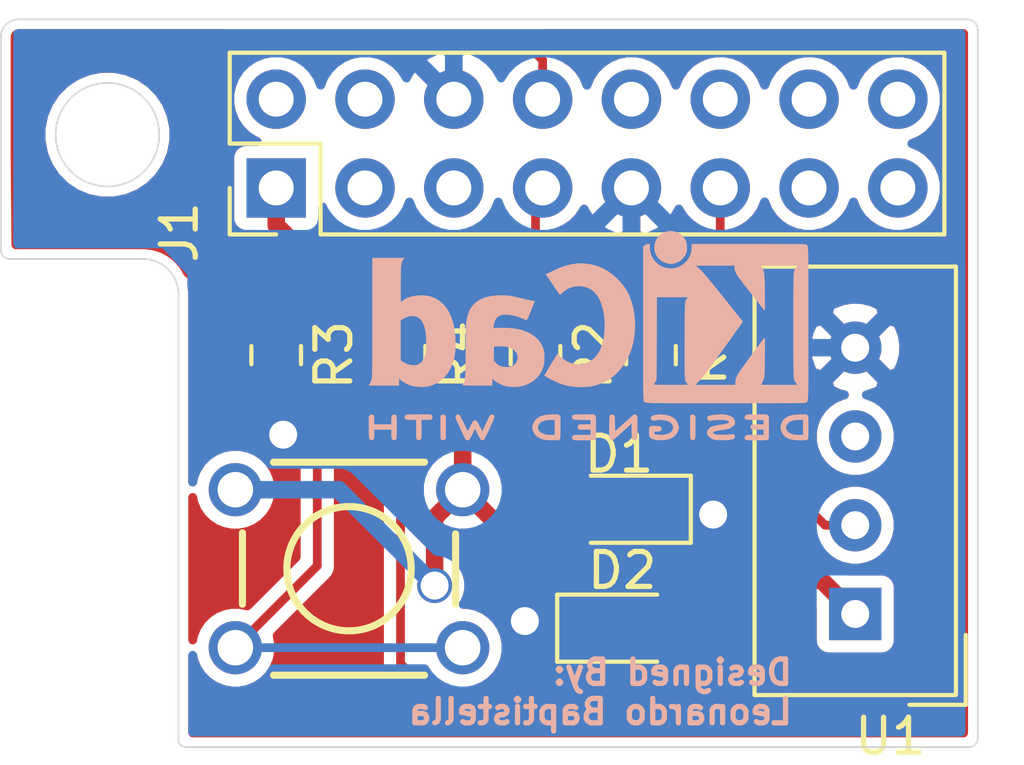
<source format=kicad_pcb>
(kicad_pcb (version 20171130) (host pcbnew "(5.1.6)-1")

  (general
    (thickness 1.6)
    (drawings 14)
    (tracks 85)
    (zones 0)
    (modules 10)
    (nets 19)
  )

  (page A4)
  (title_block
    (title "Raspberry Pi Full Stack HAt")
    (date 2021-03-12)
    (rev "Version 1")
    (company "Zenith Aerospace")
    (comment 1 "Designed by: Leonardo Baptistella")
  )

  (layers
    (0 F.Cu signal)
    (31 B.Cu signal)
    (32 B.Adhes user)
    (33 F.Adhes user)
    (34 B.Paste user)
    (35 F.Paste user)
    (36 B.SilkS user)
    (37 F.SilkS user)
    (38 B.Mask user)
    (39 F.Mask user)
    (40 Dwgs.User user)
    (41 Cmts.User user)
    (42 Eco1.User user)
    (43 Eco2.User user)
    (44 Edge.Cuts user)
    (45 Margin user)
    (46 B.CrtYd user)
    (47 F.CrtYd user)
    (48 B.Fab user)
    (49 F.Fab user)
  )

  (setup
    (last_trace_width 0.25)
    (user_trace_width 0.35)
    (user_trace_width 0.5)
    (trace_clearance 0.2)
    (zone_clearance 0.508)
    (zone_45_only no)
    (trace_min 0.2)
    (via_size 0.8)
    (via_drill 0.4)
    (via_min_size 0.4)
    (via_min_drill 0.3)
    (user_via 0.8 0.4)
    (user_via 1 0.8)
    (uvia_size 0.3)
    (uvia_drill 0.1)
    (uvias_allowed no)
    (uvia_min_size 0.2)
    (uvia_min_drill 0.1)
    (edge_width 0.05)
    (segment_width 0.2)
    (pcb_text_width 0.3)
    (pcb_text_size 1.5 1.5)
    (mod_edge_width 0.12)
    (mod_text_size 1 1)
    (mod_text_width 0.15)
    (pad_size 1.524 1.524)
    (pad_drill 0.762)
    (pad_to_mask_clearance 0.05)
    (aux_axis_origin 0 0)
    (visible_elements 7FFFFFFF)
    (pcbplotparams
      (layerselection 0x010fc_ffffffff)
      (usegerberextensions false)
      (usegerberattributes true)
      (usegerberadvancedattributes true)
      (creategerberjobfile true)
      (excludeedgelayer true)
      (linewidth 0.100000)
      (plotframeref false)
      (viasonmask false)
      (mode 1)
      (useauxorigin false)
      (hpglpennumber 1)
      (hpglpenspeed 20)
      (hpglpendiameter 15.000000)
      (psnegative false)
      (psa4output false)
      (plotreference true)
      (plotvalue true)
      (plotinvisibletext false)
      (padsonsilk false)
      (subtractmaskfromsilk false)
      (outputformat 1)
      (mirror false)
      (drillshape 0)
      (scaleselection 1)
      (outputdirectory "gerber/"))
  )

  (net 0 "")
  (net 1 GND)
  (net 2 "Net-(D1-Pad2)")
  (net 3 "Net-(D2-Pad2)")
  (net 4 +3V3)
  (net 5 "Net-(J1-Pad2)")
  (net 6 "Net-(J1-Pad3)")
  (net 7 "Net-(J1-Pad4)")
  (net 8 "Net-(J1-Pad5)")
  (net 9 "Net-(J1-Pad7)")
  (net 10 gpio14)
  (net 11 "Net-(J1-Pad10)")
  (net 12 "Net-(J1-Pad11)")
  (net 13 "Net-(J1-Pad12)")
  (net 14 "Net-(J1-Pad13)")
  (net 15 "Net-(J1-Pad14)")
  (net 16 "Net-(J1-Pad15)")
  (net 17 "Net-(J1-Pad16)")
  (net 18 "Net-(U1-Pad3)")

  (net_class Default "This is the default net class."
    (clearance 0.2)
    (trace_width 0.25)
    (via_dia 0.8)
    (via_drill 0.4)
    (uvia_dia 0.3)
    (uvia_drill 0.1)
    (add_net "Net-(D1-Pad2)")
    (add_net "Net-(D2-Pad2)")
    (add_net "Net-(J1-Pad10)")
    (add_net "Net-(J1-Pad11)")
    (add_net "Net-(J1-Pad12)")
    (add_net "Net-(J1-Pad13)")
    (add_net "Net-(J1-Pad14)")
    (add_net "Net-(J1-Pad15)")
    (add_net "Net-(J1-Pad16)")
    (add_net "Net-(J1-Pad2)")
    (add_net "Net-(J1-Pad3)")
    (add_net "Net-(J1-Pad4)")
    (add_net "Net-(J1-Pad5)")
    (add_net "Net-(J1-Pad7)")
    (add_net "Net-(U1-Pad3)")
    (add_net gpio14)
  )

  (net_class power ""
    (clearance 0.35)
    (trace_width 0.5)
    (via_dia 1)
    (via_drill 0.8)
    (uvia_dia 0.3)
    (uvia_drill 0.1)
    (add_net +3V3)
    (add_net GND)
  )

  (module Symbol:KiCad-Logo2_5mm_SilkScreen (layer B.Cu) (tedit 0) (tstamp 604D6F2E)
    (at 94.7928 89.3064 180)
    (descr "KiCad Logo")
    (tags "Logo KiCad")
    (attr virtual)
    (fp_text reference REF** (at 0 5.08) (layer F.SilkS) hide
      (effects (font (size 1 1) (thickness 0.15)))
    )
    (fp_text value KiCad-Logo2_5mm_SilkScreen (at 0 -5.08) (layer F.SilkS) hide
      (effects (font (size 1 1) (thickness 0.15)))
    )
    (fp_poly (pts (xy 6.228823 -2.274533) (xy 6.260202 -2.296776) (xy 6.287911 -2.324485) (xy 6.287911 -2.63392)
      (xy 6.287838 -2.725799) (xy 6.287495 -2.79784) (xy 6.286692 -2.85278) (xy 6.285241 -2.89336)
      (xy 6.282952 -2.922317) (xy 6.279636 -2.942391) (xy 6.275105 -2.956321) (xy 6.269169 -2.966845)
      (xy 6.264514 -2.9731) (xy 6.233783 -2.997673) (xy 6.198496 -3.000341) (xy 6.166245 -2.985271)
      (xy 6.155588 -2.976374) (xy 6.148464 -2.964557) (xy 6.144167 -2.945526) (xy 6.141991 -2.914992)
      (xy 6.141228 -2.868662) (xy 6.141155 -2.832871) (xy 6.141155 -2.698045) (xy 5.644444 -2.698045)
      (xy 5.644444 -2.8207) (xy 5.643931 -2.876787) (xy 5.641876 -2.915333) (xy 5.637508 -2.941361)
      (xy 5.630056 -2.959897) (xy 5.621047 -2.9731) (xy 5.590144 -2.997604) (xy 5.555196 -3.000506)
      (xy 5.521738 -2.983089) (xy 5.512604 -2.973959) (xy 5.506152 -2.961855) (xy 5.501897 -2.943001)
      (xy 5.499352 -2.91362) (xy 5.498029 -2.869937) (xy 5.497443 -2.808175) (xy 5.497375 -2.794)
      (xy 5.496891 -2.677631) (xy 5.496641 -2.581727) (xy 5.496723 -2.504177) (xy 5.497231 -2.442869)
      (xy 5.498262 -2.39569) (xy 5.499913 -2.36053) (xy 5.502279 -2.335276) (xy 5.505457 -2.317817)
      (xy 5.509544 -2.306041) (xy 5.514634 -2.297835) (xy 5.520266 -2.291645) (xy 5.552128 -2.271844)
      (xy 5.585357 -2.274533) (xy 5.616735 -2.296776) (xy 5.629433 -2.311126) (xy 5.637526 -2.326978)
      (xy 5.642042 -2.349554) (xy 5.644006 -2.384078) (xy 5.644444 -2.435776) (xy 5.644444 -2.551289)
      (xy 6.141155 -2.551289) (xy 6.141155 -2.432756) (xy 6.141662 -2.378148) (xy 6.143698 -2.341275)
      (xy 6.148035 -2.317307) (xy 6.155447 -2.301415) (xy 6.163733 -2.291645) (xy 6.195594 -2.271844)
      (xy 6.228823 -2.274533)) (layer B.SilkS) (width 0.01))
    (fp_poly (pts (xy 4.963065 -2.269163) (xy 5.041772 -2.269542) (xy 5.102863 -2.270333) (xy 5.148817 -2.27167)
      (xy 5.182114 -2.273683) (xy 5.205236 -2.276506) (xy 5.220662 -2.280269) (xy 5.230871 -2.285105)
      (xy 5.235813 -2.288822) (xy 5.261457 -2.321358) (xy 5.264559 -2.355138) (xy 5.248711 -2.385826)
      (xy 5.238348 -2.398089) (xy 5.227196 -2.40645) (xy 5.211035 -2.411657) (xy 5.185642 -2.414457)
      (xy 5.146798 -2.415596) (xy 5.09028 -2.415821) (xy 5.07918 -2.415822) (xy 4.933244 -2.415822)
      (xy 4.933244 -2.686756) (xy 4.933148 -2.772154) (xy 4.932711 -2.837864) (xy 4.931712 -2.886774)
      (xy 4.929928 -2.921773) (xy 4.927137 -2.945749) (xy 4.923117 -2.961593) (xy 4.917645 -2.972191)
      (xy 4.910666 -2.980267) (xy 4.877734 -3.000112) (xy 4.843354 -2.998548) (xy 4.812176 -2.975906)
      (xy 4.809886 -2.9731) (xy 4.802429 -2.962492) (xy 4.796747 -2.950081) (xy 4.792601 -2.93285)
      (xy 4.78975 -2.907784) (xy 4.787954 -2.871867) (xy 4.786972 -2.822083) (xy 4.786564 -2.755417)
      (xy 4.786489 -2.679589) (xy 4.786489 -2.415822) (xy 4.647127 -2.415822) (xy 4.587322 -2.415418)
      (xy 4.545918 -2.41384) (xy 4.518748 -2.410547) (xy 4.501646 -2.404992) (xy 4.490443 -2.396631)
      (xy 4.489083 -2.395178) (xy 4.472725 -2.361939) (xy 4.474172 -2.324362) (xy 4.492978 -2.291645)
      (xy 4.50025 -2.285298) (xy 4.509627 -2.280266) (xy 4.523609 -2.276396) (xy 4.544696 -2.273537)
      (xy 4.575389 -2.271535) (xy 4.618189 -2.270239) (xy 4.675595 -2.269498) (xy 4.75011 -2.269158)
      (xy 4.844233 -2.269068) (xy 4.86426 -2.269067) (xy 4.963065 -2.269163)) (layer B.SilkS) (width 0.01))
    (fp_poly (pts (xy 4.188614 -2.275877) (xy 4.212327 -2.290647) (xy 4.238978 -2.312227) (xy 4.238978 -2.633773)
      (xy 4.238893 -2.72783) (xy 4.238529 -2.801932) (xy 4.237724 -2.858704) (xy 4.236313 -2.900768)
      (xy 4.234133 -2.930748) (xy 4.231021 -2.951267) (xy 4.226814 -2.964949) (xy 4.221348 -2.974416)
      (xy 4.217472 -2.979082) (xy 4.186034 -2.999575) (xy 4.150233 -2.998739) (xy 4.118873 -2.981264)
      (xy 4.092222 -2.959684) (xy 4.092222 -2.312227) (xy 4.118873 -2.290647) (xy 4.144594 -2.274949)
      (xy 4.1656 -2.269067) (xy 4.188614 -2.275877)) (layer B.SilkS) (width 0.01))
    (fp_poly (pts (xy 3.744665 -2.271034) (xy 3.764255 -2.278035) (xy 3.76501 -2.278377) (xy 3.791613 -2.298678)
      (xy 3.80627 -2.319561) (xy 3.809138 -2.329352) (xy 3.808996 -2.342361) (xy 3.804961 -2.360895)
      (xy 3.796146 -2.387257) (xy 3.781669 -2.423752) (xy 3.760645 -2.472687) (xy 3.732188 -2.536365)
      (xy 3.695415 -2.617093) (xy 3.675175 -2.661216) (xy 3.638625 -2.739985) (xy 3.604315 -2.812423)
      (xy 3.573552 -2.87588) (xy 3.547648 -2.927708) (xy 3.52791 -2.965259) (xy 3.51565 -2.985884)
      (xy 3.513224 -2.988733) (xy 3.482183 -3.001302) (xy 3.447121 -2.999619) (xy 3.419 -2.984332)
      (xy 3.417854 -2.983089) (xy 3.406668 -2.966154) (xy 3.387904 -2.93317) (xy 3.363875 -2.88838)
      (xy 3.336897 -2.836032) (xy 3.327201 -2.816742) (xy 3.254014 -2.67015) (xy 3.17424 -2.829393)
      (xy 3.145767 -2.884415) (xy 3.11935 -2.932132) (xy 3.097148 -2.968893) (xy 3.081319 -2.991044)
      (xy 3.075954 -2.995741) (xy 3.034257 -3.002102) (xy 2.999849 -2.988733) (xy 2.989728 -2.974446)
      (xy 2.972214 -2.942692) (xy 2.948735 -2.896597) (xy 2.92072 -2.839285) (xy 2.889599 -2.77388)
      (xy 2.856799 -2.703507) (xy 2.82375 -2.631291) (xy 2.791881 -2.560355) (xy 2.762619 -2.493825)
      (xy 2.737395 -2.434826) (xy 2.717636 -2.386481) (xy 2.704772 -2.351915) (xy 2.700231 -2.334253)
      (xy 2.700277 -2.333613) (xy 2.711326 -2.311388) (xy 2.73341 -2.288753) (xy 2.73471 -2.287768)
      (xy 2.761853 -2.272425) (xy 2.786958 -2.272574) (xy 2.796368 -2.275466) (xy 2.807834 -2.281718)
      (xy 2.82001 -2.294014) (xy 2.834357 -2.314908) (xy 2.852336 -2.346949) (xy 2.875407 -2.392688)
      (xy 2.90503 -2.454677) (xy 2.931745 -2.511898) (xy 2.96248 -2.578226) (xy 2.990021 -2.637874)
      (xy 3.012938 -2.687725) (xy 3.029798 -2.724664) (xy 3.039173 -2.745573) (xy 3.04054 -2.748845)
      (xy 3.046689 -2.743497) (xy 3.060822 -2.721109) (xy 3.081057 -2.684946) (xy 3.105515 -2.638277)
      (xy 3.115248 -2.619022) (xy 3.148217 -2.554004) (xy 3.173643 -2.506654) (xy 3.193612 -2.474219)
      (xy 3.21021 -2.453946) (xy 3.225524 -2.443082) (xy 3.24164 -2.438875) (xy 3.252143 -2.4384)
      (xy 3.27067 -2.440042) (xy 3.286904 -2.446831) (xy 3.303035 -2.461566) (xy 3.321251 -2.487044)
      (xy 3.343739 -2.526061) (xy 3.372689 -2.581414) (xy 3.388662 -2.612903) (xy 3.41457 -2.663087)
      (xy 3.437167 -2.704704) (xy 3.454458 -2.734242) (xy 3.46445 -2.748189) (xy 3.465809 -2.74877)
      (xy 3.472261 -2.737793) (xy 3.486708 -2.70929) (xy 3.507703 -2.666244) (xy 3.533797 -2.611638)
      (xy 3.563546 -2.548454) (xy 3.57818 -2.517071) (xy 3.61625 -2.436078) (xy 3.646905 -2.373756)
      (xy 3.671737 -2.328071) (xy 3.692337 -2.296989) (xy 3.710298 -2.278478) (xy 3.72721 -2.270504)
      (xy 3.744665 -2.271034)) (layer B.SilkS) (width 0.01))
    (fp_poly (pts (xy 1.018309 -2.269275) (xy 1.147288 -2.273636) (xy 1.256991 -2.286861) (xy 1.349226 -2.309741)
      (xy 1.425802 -2.34307) (xy 1.488527 -2.387638) (xy 1.539212 -2.444236) (xy 1.579663 -2.513658)
      (xy 1.580459 -2.515351) (xy 1.604601 -2.577483) (xy 1.613203 -2.632509) (xy 1.606231 -2.687887)
      (xy 1.583654 -2.751073) (xy 1.579372 -2.760689) (xy 1.550172 -2.816966) (xy 1.517356 -2.860451)
      (xy 1.475002 -2.897417) (xy 1.41719 -2.934135) (xy 1.413831 -2.936052) (xy 1.363504 -2.960227)
      (xy 1.306621 -2.978282) (xy 1.239527 -2.990839) (xy 1.158565 -2.998522) (xy 1.060082 -3.001953)
      (xy 1.025286 -3.002251) (xy 0.859594 -3.002845) (xy 0.836197 -2.9731) (xy 0.829257 -2.963319)
      (xy 0.823842 -2.951897) (xy 0.819765 -2.936095) (xy 0.816837 -2.913175) (xy 0.814867 -2.880396)
      (xy 0.814225 -2.856089) (xy 0.970844 -2.856089) (xy 1.064726 -2.856089) (xy 1.119664 -2.854483)
      (xy 1.17606 -2.850255) (xy 1.222345 -2.844292) (xy 1.225139 -2.84379) (xy 1.307348 -2.821736)
      (xy 1.371114 -2.7886) (xy 1.418452 -2.742847) (xy 1.451382 -2.682939) (xy 1.457108 -2.667061)
      (xy 1.462721 -2.642333) (xy 1.460291 -2.617902) (xy 1.448467 -2.5854) (xy 1.44134 -2.569434)
      (xy 1.418 -2.527006) (xy 1.38988 -2.49724) (xy 1.35894 -2.476511) (xy 1.296966 -2.449537)
      (xy 1.217651 -2.429998) (xy 1.125253 -2.418746) (xy 1.058333 -2.41627) (xy 0.970844 -2.415822)
      (xy 0.970844 -2.856089) (xy 0.814225 -2.856089) (xy 0.813668 -2.835021) (xy 0.81305 -2.774311)
      (xy 0.812825 -2.695526) (xy 0.8128 -2.63392) (xy 0.8128 -2.324485) (xy 0.840509 -2.296776)
      (xy 0.852806 -2.285544) (xy 0.866103 -2.277853) (xy 0.884672 -2.27304) (xy 0.912786 -2.270446)
      (xy 0.954717 -2.26941) (xy 1.014737 -2.26927) (xy 1.018309 -2.269275)) (layer B.SilkS) (width 0.01))
    (fp_poly (pts (xy 0.230343 -2.26926) (xy 0.306701 -2.270174) (xy 0.365217 -2.272311) (xy 0.408255 -2.276175)
      (xy 0.438183 -2.282267) (xy 0.457368 -2.29109) (xy 0.468176 -2.303146) (xy 0.472973 -2.318939)
      (xy 0.474127 -2.33897) (xy 0.474133 -2.341335) (xy 0.473131 -2.363992) (xy 0.468396 -2.381503)
      (xy 0.457333 -2.394574) (xy 0.437348 -2.403913) (xy 0.405846 -2.410227) (xy 0.360232 -2.414222)
      (xy 0.297913 -2.416606) (xy 0.216293 -2.418086) (xy 0.191277 -2.418414) (xy -0.0508 -2.421467)
      (xy -0.054186 -2.486378) (xy -0.057571 -2.551289) (xy 0.110576 -2.551289) (xy 0.176266 -2.551531)
      (xy 0.223172 -2.552556) (xy 0.255083 -2.554811) (xy 0.275791 -2.558742) (xy 0.289084 -2.564798)
      (xy 0.298755 -2.573424) (xy 0.298817 -2.573493) (xy 0.316356 -2.607112) (xy 0.315722 -2.643448)
      (xy 0.297314 -2.674423) (xy 0.293671 -2.677607) (xy 0.280741 -2.685812) (xy 0.263024 -2.691521)
      (xy 0.23657 -2.695162) (xy 0.197432 -2.697167) (xy 0.141662 -2.697964) (xy 0.105994 -2.698045)
      (xy -0.056445 -2.698045) (xy -0.056445 -2.856089) (xy 0.190161 -2.856089) (xy 0.27158 -2.856231)
      (xy 0.33341 -2.856814) (xy 0.378637 -2.858068) (xy 0.410248 -2.860227) (xy 0.431231 -2.863523)
      (xy 0.444573 -2.868189) (xy 0.453261 -2.874457) (xy 0.45545 -2.876733) (xy 0.471614 -2.90828)
      (xy 0.472797 -2.944168) (xy 0.459536 -2.975285) (xy 0.449043 -2.985271) (xy 0.438129 -2.990769)
      (xy 0.421217 -2.995022) (xy 0.395633 -2.99818) (xy 0.358701 -3.000392) (xy 0.307746 -3.001806)
      (xy 0.240094 -3.002572) (xy 0.153069 -3.002838) (xy 0.133394 -3.002845) (xy 0.044911 -3.002787)
      (xy -0.023773 -3.002467) (xy -0.075436 -3.001667) (xy -0.112855 -3.000167) (xy -0.13881 -2.997749)
      (xy -0.156078 -2.994194) (xy -0.167438 -2.989282) (xy -0.175668 -2.982795) (xy -0.180183 -2.978138)
      (xy -0.186979 -2.969889) (xy -0.192288 -2.959669) (xy -0.196294 -2.9448) (xy -0.199179 -2.922602)
      (xy -0.201126 -2.890393) (xy -0.202319 -2.845496) (xy -0.202939 -2.785228) (xy -0.203171 -2.706911)
      (xy -0.2032 -2.640994) (xy -0.203129 -2.548628) (xy -0.202792 -2.476117) (xy -0.202002 -2.420737)
      (xy -0.200574 -2.379765) (xy -0.198321 -2.350478) (xy -0.195057 -2.330153) (xy -0.190596 -2.316066)
      (xy -0.184752 -2.305495) (xy -0.179803 -2.298811) (xy -0.156406 -2.269067) (xy 0.133774 -2.269067)
      (xy 0.230343 -2.26926)) (layer B.SilkS) (width 0.01))
    (fp_poly (pts (xy -1.300114 -2.273448) (xy -1.276548 -2.287273) (xy -1.245735 -2.309881) (xy -1.206078 -2.342338)
      (xy -1.15598 -2.385708) (xy -1.093843 -2.441058) (xy -1.018072 -2.509451) (xy -0.931334 -2.588084)
      (xy -0.750711 -2.751878) (xy -0.745067 -2.532029) (xy -0.743029 -2.456351) (xy -0.741063 -2.399994)
      (xy -0.738734 -2.359706) (xy -0.735606 -2.332235) (xy -0.731245 -2.314329) (xy -0.725216 -2.302737)
      (xy -0.717084 -2.294208) (xy -0.712772 -2.290623) (xy -0.678241 -2.27167) (xy -0.645383 -2.274441)
      (xy -0.619318 -2.290633) (xy -0.592667 -2.312199) (xy -0.589352 -2.627151) (xy -0.588435 -2.719779)
      (xy -0.587968 -2.792544) (xy -0.588113 -2.848161) (xy -0.589032 -2.889342) (xy -0.590887 -2.918803)
      (xy -0.593839 -2.939255) (xy -0.59805 -2.953413) (xy -0.603682 -2.963991) (xy -0.609927 -2.972474)
      (xy -0.623439 -2.988207) (xy -0.636883 -2.998636) (xy -0.652124 -3.002639) (xy -0.671026 -2.999094)
      (xy -0.695455 -2.986879) (xy -0.727273 -2.964871) (xy -0.768348 -2.931949) (xy -0.820542 -2.886991)
      (xy -0.885722 -2.828875) (xy -0.959556 -2.762099) (xy -1.224845 -2.521458) (xy -1.230489 -2.740589)
      (xy -1.232531 -2.816128) (xy -1.234502 -2.872354) (xy -1.236839 -2.912524) (xy -1.239981 -2.939896)
      (xy -1.244364 -2.957728) (xy -1.250424 -2.969279) (xy -1.2586 -2.977807) (xy -1.262784 -2.981282)
      (xy -1.299765 -3.000372) (xy -1.334708 -2.997493) (xy -1.365136 -2.9731) (xy -1.372097 -2.963286)
      (xy -1.377523 -2.951826) (xy -1.381603 -2.935968) (xy -1.384529 -2.912963) (xy -1.386492 -2.880062)
      (xy -1.387683 -2.834516) (xy -1.388292 -2.773573) (xy -1.388511 -2.694486) (xy -1.388534 -2.635956)
      (xy -1.38846 -2.544407) (xy -1.388113 -2.472687) (xy -1.387301 -2.418045) (xy -1.385833 -2.377732)
      (xy -1.383519 -2.348998) (xy -1.380167 -2.329093) (xy -1.375588 -2.315268) (xy -1.369589 -2.304772)
      (xy -1.365136 -2.298811) (xy -1.35385 -2.284691) (xy -1.343301 -2.274029) (xy -1.331893 -2.267892)
      (xy -1.31803 -2.267343) (xy -1.300114 -2.273448)) (layer B.SilkS) (width 0.01))
    (fp_poly (pts (xy -1.950081 -2.274599) (xy -1.881565 -2.286095) (xy -1.828943 -2.303967) (xy -1.794708 -2.327499)
      (xy -1.785379 -2.340924) (xy -1.775893 -2.372148) (xy -1.782277 -2.400395) (xy -1.80243 -2.427182)
      (xy -1.833745 -2.439713) (xy -1.879183 -2.438696) (xy -1.914326 -2.431906) (xy -1.992419 -2.418971)
      (xy -2.072226 -2.417742) (xy -2.161555 -2.428241) (xy -2.186229 -2.43269) (xy -2.269291 -2.456108)
      (xy -2.334273 -2.490945) (xy -2.380461 -2.536604) (xy -2.407145 -2.592494) (xy -2.412663 -2.621388)
      (xy -2.409051 -2.680012) (xy -2.385729 -2.731879) (xy -2.344824 -2.775978) (xy -2.288459 -2.811299)
      (xy -2.21876 -2.836829) (xy -2.137852 -2.851559) (xy -2.04786 -2.854478) (xy -1.95091 -2.844575)
      (xy -1.945436 -2.843641) (xy -1.906875 -2.836459) (xy -1.885494 -2.829521) (xy -1.876227 -2.819227)
      (xy -1.874006 -2.801976) (xy -1.873956 -2.792841) (xy -1.873956 -2.754489) (xy -1.942431 -2.754489)
      (xy -2.0029 -2.750347) (xy -2.044165 -2.737147) (xy -2.068175 -2.71373) (xy -2.076877 -2.678936)
      (xy -2.076983 -2.674394) (xy -2.071892 -2.644654) (xy -2.054433 -2.623419) (xy -2.021939 -2.609366)
      (xy -1.971743 -2.601173) (xy -1.923123 -2.598161) (xy -1.852456 -2.596433) (xy -1.801198 -2.59907)
      (xy -1.766239 -2.6088) (xy -1.74447 -2.628353) (xy -1.73278 -2.660456) (xy -1.72806 -2.707838)
      (xy -1.7272 -2.770071) (xy -1.728609 -2.839535) (xy -1.732848 -2.886786) (xy -1.739936 -2.912012)
      (xy -1.741311 -2.913988) (xy -1.780228 -2.945508) (xy -1.837286 -2.97047) (xy -1.908869 -2.98834)
      (xy -1.991358 -2.998586) (xy -2.081139 -3.000673) (xy -2.174592 -2.994068) (xy -2.229556 -2.985956)
      (xy -2.315766 -2.961554) (xy -2.395892 -2.921662) (xy -2.462977 -2.869887) (xy -2.473173 -2.859539)
      (xy -2.506302 -2.816035) (xy -2.536194 -2.762118) (xy -2.559357 -2.705592) (xy -2.572298 -2.654259)
      (xy -2.573858 -2.634544) (xy -2.567218 -2.593419) (xy -2.549568 -2.542252) (xy -2.524297 -2.488394)
      (xy -2.494789 -2.439195) (xy -2.468719 -2.406334) (xy -2.407765 -2.357452) (xy -2.328969 -2.318545)
      (xy -2.235157 -2.290494) (xy -2.12915 -2.274179) (xy -2.032 -2.270192) (xy -1.950081 -2.274599)) (layer B.SilkS) (width 0.01))
    (fp_poly (pts (xy -2.923822 -2.291645) (xy -2.917242 -2.299218) (xy -2.912079 -2.308987) (xy -2.908164 -2.323571)
      (xy -2.905324 -2.345585) (xy -2.903387 -2.377648) (xy -2.902183 -2.422375) (xy -2.901539 -2.482385)
      (xy -2.901284 -2.560294) (xy -2.901245 -2.635956) (xy -2.901314 -2.729802) (xy -2.901638 -2.803689)
      (xy -2.902386 -2.860232) (xy -2.903732 -2.902049) (xy -2.905846 -2.931757) (xy -2.9089 -2.951973)
      (xy -2.913066 -2.965314) (xy -2.918516 -2.974398) (xy -2.923822 -2.980267) (xy -2.956826 -2.999947)
      (xy -2.991991 -2.998181) (xy -3.023455 -2.976717) (xy -3.030684 -2.968337) (xy -3.036334 -2.958614)
      (xy -3.040599 -2.944861) (xy -3.043673 -2.924389) (xy -3.045752 -2.894512) (xy -3.04703 -2.852541)
      (xy -3.047701 -2.795789) (xy -3.047959 -2.721567) (xy -3.048 -2.637537) (xy -3.048 -2.324485)
      (xy -3.020291 -2.296776) (xy -2.986137 -2.273463) (xy -2.953006 -2.272623) (xy -2.923822 -2.291645)) (layer B.SilkS) (width 0.01))
    (fp_poly (pts (xy -3.691703 -2.270351) (xy -3.616888 -2.275581) (xy -3.547306 -2.28375) (xy -3.487002 -2.29455)
      (xy -3.44002 -2.307673) (xy -3.410406 -2.322813) (xy -3.40586 -2.327269) (xy -3.390054 -2.36185)
      (xy -3.394847 -2.397351) (xy -3.419364 -2.427725) (xy -3.420534 -2.428596) (xy -3.434954 -2.437954)
      (xy -3.450008 -2.442876) (xy -3.471005 -2.443473) (xy -3.503257 -2.439861) (xy -3.552073 -2.432154)
      (xy -3.556 -2.431505) (xy -3.628739 -2.422569) (xy -3.707217 -2.418161) (xy -3.785927 -2.418119)
      (xy -3.859361 -2.422279) (xy -3.922011 -2.430479) (xy -3.96837 -2.442557) (xy -3.971416 -2.443771)
      (xy -4.005048 -2.462615) (xy -4.016864 -2.481685) (xy -4.007614 -2.500439) (xy -3.978047 -2.518337)
      (xy -3.928911 -2.534837) (xy -3.860957 -2.549396) (xy -3.815645 -2.556406) (xy -3.721456 -2.569889)
      (xy -3.646544 -2.582214) (xy -3.587717 -2.594449) (xy -3.541785 -2.607661) (xy -3.505555 -2.622917)
      (xy -3.475838 -2.641285) (xy -3.449442 -2.663831) (xy -3.42823 -2.685971) (xy -3.403065 -2.716819)
      (xy -3.390681 -2.743345) (xy -3.386808 -2.776026) (xy -3.386667 -2.787995) (xy -3.389576 -2.827712)
      (xy -3.401202 -2.857259) (xy -3.421323 -2.883486) (xy -3.462216 -2.923576) (xy -3.507817 -2.954149)
      (xy -3.561513 -2.976203) (xy -3.626692 -2.990735) (xy -3.706744 -2.998741) (xy -3.805057 -3.001218)
      (xy -3.821289 -3.001177) (xy -3.886849 -2.999818) (xy -3.951866 -2.99673) (xy -4.009252 -2.992356)
      (xy -4.051922 -2.98714) (xy -4.055372 -2.986541) (xy -4.097796 -2.976491) (xy -4.13378 -2.963796)
      (xy -4.15415 -2.95219) (xy -4.173107 -2.921572) (xy -4.174427 -2.885918) (xy -4.158085 -2.854144)
      (xy -4.154429 -2.850551) (xy -4.139315 -2.839876) (xy -4.120415 -2.835276) (xy -4.091162 -2.836059)
      (xy -4.055651 -2.840127) (xy -4.01597 -2.843762) (xy -3.960345 -2.846828) (xy -3.895406 -2.849053)
      (xy -3.827785 -2.850164) (xy -3.81 -2.850237) (xy -3.742128 -2.849964) (xy -3.692454 -2.848646)
      (xy -3.65661 -2.845827) (xy -3.630224 -2.84105) (xy -3.608926 -2.833857) (xy -3.596126 -2.827867)
      (xy -3.568 -2.811233) (xy -3.550068 -2.796168) (xy -3.547447 -2.791897) (xy -3.552976 -2.774263)
      (xy -3.57926 -2.757192) (xy -3.624478 -2.741458) (xy -3.686808 -2.727838) (xy -3.705171 -2.724804)
      (xy -3.80109 -2.709738) (xy -3.877641 -2.697146) (xy -3.93778 -2.686111) (xy -3.98446 -2.67572)
      (xy -4.020637 -2.665056) (xy -4.049265 -2.653205) (xy -4.073298 -2.639251) (xy -4.095692 -2.622281)
      (xy -4.119402 -2.601378) (xy -4.12738 -2.594049) (xy -4.155353 -2.566699) (xy -4.17016 -2.545029)
      (xy -4.175952 -2.520232) (xy -4.176889 -2.488983) (xy -4.166575 -2.427705) (xy -4.135752 -2.37564)
      (xy -4.084595 -2.332958) (xy -4.013283 -2.299825) (xy -3.9624 -2.284964) (xy -3.9071 -2.275366)
      (xy -3.840853 -2.269936) (xy -3.767706 -2.268367) (xy -3.691703 -2.270351)) (layer B.SilkS) (width 0.01))
    (fp_poly (pts (xy -4.712794 -2.269146) (xy -4.643386 -2.269518) (xy -4.590997 -2.270385) (xy -4.552847 -2.271946)
      (xy -4.526159 -2.274403) (xy -4.508153 -2.277957) (xy -4.496049 -2.28281) (xy -4.487069 -2.289161)
      (xy -4.483818 -2.292084) (xy -4.464043 -2.323142) (xy -4.460482 -2.358828) (xy -4.473491 -2.39051)
      (xy -4.479506 -2.396913) (xy -4.489235 -2.403121) (xy -4.504901 -2.40791) (xy -4.529408 -2.411514)
      (xy -4.565661 -2.414164) (xy -4.616565 -2.416095) (xy -4.685026 -2.417539) (xy -4.747617 -2.418418)
      (xy -4.995334 -2.421467) (xy -4.998719 -2.486378) (xy -5.002105 -2.551289) (xy -4.833958 -2.551289)
      (xy -4.760959 -2.551919) (xy -4.707517 -2.554553) (xy -4.670628 -2.560309) (xy -4.647288 -2.570304)
      (xy -4.634494 -2.585656) (xy -4.629242 -2.607482) (xy -4.628445 -2.627738) (xy -4.630923 -2.652592)
      (xy -4.640277 -2.670906) (xy -4.659383 -2.683637) (xy -4.691118 -2.691741) (xy -4.738359 -2.696176)
      (xy -4.803983 -2.697899) (xy -4.839801 -2.698045) (xy -5.000978 -2.698045) (xy -5.000978 -2.856089)
      (xy -4.752622 -2.856089) (xy -4.671213 -2.856202) (xy -4.609342 -2.856712) (xy -4.563968 -2.85787)
      (xy -4.532054 -2.85993) (xy -4.510559 -2.863146) (xy -4.496443 -2.867772) (xy -4.486668 -2.874059)
      (xy -4.481689 -2.878667) (xy -4.46461 -2.90556) (xy -4.459111 -2.929467) (xy -4.466963 -2.958667)
      (xy -4.481689 -2.980267) (xy -4.489546 -2.987066) (xy -4.499688 -2.992346) (xy -4.514844 -2.996298)
      (xy -4.537741 -2.999113) (xy -4.571109 -3.000982) (xy -4.617675 -3.002098) (xy -4.680167 -3.002651)
      (xy -4.761314 -3.002833) (xy -4.803422 -3.002845) (xy -4.893598 -3.002765) (xy -4.963924 -3.002398)
      (xy -5.017129 -3.001552) (xy -5.05594 -3.000036) (xy -5.083087 -2.997659) (xy -5.101298 -2.994229)
      (xy -5.1133 -2.989554) (xy -5.121822 -2.983444) (xy -5.125156 -2.980267) (xy -5.131755 -2.97267)
      (xy -5.136927 -2.96287) (xy -5.140846 -2.948239) (xy -5.143684 -2.926152) (xy -5.145615 -2.893982)
      (xy -5.146812 -2.849103) (xy -5.147448 -2.788889) (xy -5.147697 -2.710713) (xy -5.147734 -2.637923)
      (xy -5.1477 -2.544707) (xy -5.147465 -2.471431) (xy -5.14683 -2.415458) (xy -5.145594 -2.374151)
      (xy -5.143556 -2.344872) (xy -5.140517 -2.324984) (xy -5.136277 -2.31185) (xy -5.130635 -2.302832)
      (xy -5.123391 -2.295293) (xy -5.121606 -2.293612) (xy -5.112945 -2.286172) (xy -5.102882 -2.280409)
      (xy -5.088625 -2.276112) (xy -5.067383 -2.273064) (xy -5.036364 -2.271051) (xy -4.992777 -2.26986)
      (xy -4.933831 -2.269275) (xy -4.856734 -2.269083) (xy -4.802001 -2.269067) (xy -4.712794 -2.269146)) (layer B.SilkS) (width 0.01))
    (fp_poly (pts (xy -6.121371 -2.269066) (xy -6.081889 -2.269467) (xy -5.9662 -2.272259) (xy -5.869311 -2.28055)
      (xy -5.787919 -2.295232) (xy -5.718723 -2.317193) (xy -5.65842 -2.347322) (xy -5.603708 -2.38651)
      (xy -5.584167 -2.403532) (xy -5.55175 -2.443363) (xy -5.52252 -2.497413) (xy -5.499991 -2.557323)
      (xy -5.487679 -2.614739) (xy -5.4864 -2.635956) (xy -5.494417 -2.694769) (xy -5.515899 -2.759013)
      (xy -5.546999 -2.819821) (xy -5.583866 -2.86833) (xy -5.589854 -2.874182) (xy -5.640579 -2.915321)
      (xy -5.696125 -2.947435) (xy -5.759696 -2.971365) (xy -5.834494 -2.987953) (xy -5.923722 -2.998041)
      (xy -6.030582 -3.002469) (xy -6.079528 -3.002845) (xy -6.141762 -3.002545) (xy -6.185528 -3.001292)
      (xy -6.214931 -2.998554) (xy -6.234079 -2.993801) (xy -6.247077 -2.986501) (xy -6.254045 -2.980267)
      (xy -6.260626 -2.972694) (xy -6.265788 -2.962924) (xy -6.269703 -2.94834) (xy -6.272543 -2.926326)
      (xy -6.27448 -2.894264) (xy -6.275684 -2.849536) (xy -6.276328 -2.789526) (xy -6.276583 -2.711617)
      (xy -6.276622 -2.635956) (xy -6.27687 -2.535041) (xy -6.276817 -2.454427) (xy -6.275857 -2.415822)
      (xy -6.129867 -2.415822) (xy -6.129867 -2.856089) (xy -6.036734 -2.856004) (xy -5.980693 -2.854396)
      (xy -5.921999 -2.850256) (xy -5.873028 -2.844464) (xy -5.871538 -2.844226) (xy -5.792392 -2.82509)
      (xy -5.731002 -2.795287) (xy -5.684305 -2.752878) (xy -5.654635 -2.706961) (xy -5.636353 -2.656026)
      (xy -5.637771 -2.6082) (xy -5.658988 -2.556933) (xy -5.700489 -2.503899) (xy -5.757998 -2.4646)
      (xy -5.83275 -2.438331) (xy -5.882708 -2.429035) (xy -5.939416 -2.422507) (xy -5.999519 -2.417782)
      (xy -6.050639 -2.415817) (xy -6.053667 -2.415808) (xy -6.129867 -2.415822) (xy -6.275857 -2.415822)
      (xy -6.27526 -2.391851) (xy -6.270998 -2.345055) (xy -6.26283 -2.311778) (xy -6.249556 -2.289759)
      (xy -6.229974 -2.276739) (xy -6.202883 -2.270457) (xy -6.167082 -2.268653) (xy -6.121371 -2.269066)) (layer B.SilkS) (width 0.01))
    (fp_poly (pts (xy -2.273043 2.973429) (xy -2.176768 2.949191) (xy -2.090184 2.906359) (xy -2.015373 2.846581)
      (xy -1.954418 2.771506) (xy -1.909399 2.68278) (xy -1.883136 2.58647) (xy -1.877286 2.489205)
      (xy -1.89214 2.395346) (xy -1.92584 2.307489) (xy -1.976528 2.22823) (xy -2.042345 2.160164)
      (xy -2.121434 2.105888) (xy -2.211934 2.067998) (xy -2.2632 2.055574) (xy -2.307698 2.048053)
      (xy -2.341999 2.045081) (xy -2.37496 2.046906) (xy -2.415434 2.053775) (xy -2.448531 2.06075)
      (xy -2.541947 2.092259) (xy -2.625619 2.143383) (xy -2.697665 2.212571) (xy -2.7562 2.298272)
      (xy -2.770148 2.325511) (xy -2.786586 2.361878) (xy -2.796894 2.392418) (xy -2.80246 2.42455)
      (xy -2.804669 2.465693) (xy -2.804948 2.511778) (xy -2.800861 2.596135) (xy -2.787446 2.665414)
      (xy -2.762256 2.726039) (xy -2.722846 2.784433) (xy -2.684298 2.828698) (xy -2.612406 2.894516)
      (xy -2.537313 2.939947) (xy -2.454562 2.96715) (xy -2.376928 2.977424) (xy -2.273043 2.973429)) (layer B.SilkS) (width 0.01))
    (fp_poly (pts (xy 6.186507 0.527755) (xy 6.186526 0.293338) (xy 6.186552 0.080397) (xy 6.186625 -0.112168)
      (xy 6.186782 -0.285459) (xy 6.187064 -0.440576) (xy 6.187509 -0.57862) (xy 6.188156 -0.700692)
      (xy 6.189045 -0.807894) (xy 6.190213 -0.901326) (xy 6.191701 -0.98209) (xy 6.193546 -1.051286)
      (xy 6.195789 -1.110015) (xy 6.198469 -1.159379) (xy 6.201623 -1.200478) (xy 6.205292 -1.234413)
      (xy 6.209513 -1.262286) (xy 6.214327 -1.285198) (xy 6.219773 -1.304249) (xy 6.225888 -1.32054)
      (xy 6.232712 -1.335173) (xy 6.240285 -1.349249) (xy 6.248645 -1.363868) (xy 6.253839 -1.372974)
      (xy 6.288104 -1.433689) (xy 5.429955 -1.433689) (xy 5.429955 -1.337733) (xy 5.429224 -1.29437)
      (xy 5.427272 -1.261205) (xy 5.424463 -1.243424) (xy 5.423221 -1.241778) (xy 5.411799 -1.248662)
      (xy 5.389084 -1.266505) (xy 5.366385 -1.285879) (xy 5.3118 -1.326614) (xy 5.242321 -1.367617)
      (xy 5.16527 -1.405123) (xy 5.087965 -1.435364) (xy 5.057113 -1.445012) (xy 4.988616 -1.459578)
      (xy 4.905764 -1.469539) (xy 4.816371 -1.474583) (xy 4.728248 -1.474396) (xy 4.649207 -1.468666)
      (xy 4.611511 -1.462858) (xy 4.473414 -1.424797) (xy 4.346113 -1.367073) (xy 4.230292 -1.290211)
      (xy 4.126637 -1.194739) (xy 4.035833 -1.081179) (xy 3.969031 -0.970381) (xy 3.914164 -0.853625)
      (xy 3.872163 -0.734276) (xy 3.842167 -0.608283) (xy 3.823311 -0.471594) (xy 3.814732 -0.320158)
      (xy 3.814006 -0.242711) (xy 3.8161 -0.185934) (xy 4.645217 -0.185934) (xy 4.645424 -0.279002)
      (xy 4.648337 -0.366692) (xy 4.654 -0.443772) (xy 4.662455 -0.505009) (xy 4.665038 -0.51735)
      (xy 4.69684 -0.624633) (xy 4.738498 -0.711658) (xy 4.790363 -0.778642) (xy 4.852781 -0.825805)
      (xy 4.9261 -0.853365) (xy 5.010669 -0.861541) (xy 5.106835 -0.850551) (xy 5.170311 -0.834829)
      (xy 5.219454 -0.816639) (xy 5.273583 -0.790791) (xy 5.314244 -0.767089) (xy 5.3848 -0.720721)
      (xy 5.3848 0.42947) (xy 5.317392 0.473038) (xy 5.238867 0.51396) (xy 5.154681 0.540611)
      (xy 5.069557 0.552535) (xy 4.988216 0.549278) (xy 4.91538 0.530385) (xy 4.883426 0.514816)
      (xy 4.825501 0.471819) (xy 4.776544 0.415047) (xy 4.73539 0.342425) (xy 4.700874 0.251879)
      (xy 4.671833 0.141334) (xy 4.670552 0.135467) (xy 4.660381 0.073212) (xy 4.652739 -0.004594)
      (xy 4.64767 -0.09272) (xy 4.645217 -0.185934) (xy 3.8161 -0.185934) (xy 3.821857 -0.029895)
      (xy 3.843802 0.165941) (xy 3.879786 0.344668) (xy 3.929759 0.506155) (xy 3.993668 0.650274)
      (xy 4.071462 0.776894) (xy 4.163089 0.885885) (xy 4.268497 0.977117) (xy 4.313662 1.008068)
      (xy 4.414611 1.064215) (xy 4.517901 1.103826) (xy 4.627989 1.127986) (xy 4.74933 1.137781)
      (xy 4.841836 1.136735) (xy 4.97149 1.125769) (xy 5.084084 1.103954) (xy 5.182875 1.070286)
      (xy 5.271121 1.023764) (xy 5.319986 0.989552) (xy 5.349353 0.967638) (xy 5.371043 0.952667)
      (xy 5.379253 0.948267) (xy 5.380868 0.959096) (xy 5.382159 0.989749) (xy 5.383138 1.037474)
      (xy 5.383817 1.099521) (xy 5.38421 1.173138) (xy 5.38433 1.255573) (xy 5.384188 1.344075)
      (xy 5.383797 1.435893) (xy 5.383171 1.528276) (xy 5.38232 1.618472) (xy 5.38126 1.703729)
      (xy 5.380001 1.781297) (xy 5.378556 1.848424) (xy 5.376938 1.902359) (xy 5.375161 1.94035)
      (xy 5.374669 1.947333) (xy 5.367092 2.017749) (xy 5.355531 2.072898) (xy 5.337792 2.120019)
      (xy 5.311682 2.166353) (xy 5.305415 2.175933) (xy 5.280983 2.212622) (xy 6.186311 2.212622)
      (xy 6.186507 0.527755)) (layer B.SilkS) (width 0.01))
    (fp_poly (pts (xy 2.673574 1.133448) (xy 2.825492 1.113433) (xy 2.960756 1.079798) (xy 3.080239 1.032275)
      (xy 3.184815 0.970595) (xy 3.262424 0.907035) (xy 3.331265 0.832901) (xy 3.385006 0.753129)
      (xy 3.42791 0.660909) (xy 3.443384 0.617839) (xy 3.456244 0.578858) (xy 3.467446 0.542711)
      (xy 3.47712 0.507566) (xy 3.485396 0.47159) (xy 3.492403 0.43295) (xy 3.498272 0.389815)
      (xy 3.503131 0.340351) (xy 3.50711 0.282727) (xy 3.51034 0.215109) (xy 3.512949 0.135666)
      (xy 3.515067 0.042564) (xy 3.516824 -0.066027) (xy 3.518349 -0.191942) (xy 3.519772 -0.337012)
      (xy 3.521025 -0.479778) (xy 3.522351 -0.635968) (xy 3.523556 -0.771239) (xy 3.524766 -0.887246)
      (xy 3.526106 -0.985645) (xy 3.5277 -1.068093) (xy 3.529675 -1.136246) (xy 3.532156 -1.19176)
      (xy 3.535269 -1.236292) (xy 3.539138 -1.271498) (xy 3.543889 -1.299034) (xy 3.549648 -1.320556)
      (xy 3.556539 -1.337722) (xy 3.564689 -1.352186) (xy 3.574223 -1.365606) (xy 3.585266 -1.379638)
      (xy 3.589566 -1.385071) (xy 3.605386 -1.40791) (xy 3.612422 -1.423463) (xy 3.612444 -1.423922)
      (xy 3.601567 -1.426121) (xy 3.570582 -1.428147) (xy 3.521957 -1.429942) (xy 3.458163 -1.431451)
      (xy 3.381669 -1.432616) (xy 3.294944 -1.43338) (xy 3.200457 -1.433686) (xy 3.18955 -1.433689)
      (xy 2.766657 -1.433689) (xy 2.763395 -1.337622) (xy 2.760133 -1.241556) (xy 2.698044 -1.292543)
      (xy 2.600714 -1.360057) (xy 2.490813 -1.414749) (xy 2.404349 -1.444978) (xy 2.335278 -1.459666)
      (xy 2.251925 -1.469659) (xy 2.162159 -1.474646) (xy 2.073845 -1.474313) (xy 1.994851 -1.468351)
      (xy 1.958622 -1.462638) (xy 1.818603 -1.424776) (xy 1.692178 -1.369932) (xy 1.58026 -1.298924)
      (xy 1.483762 -1.212568) (xy 1.4036 -1.111679) (xy 1.340687 -0.997076) (xy 1.296312 -0.870984)
      (xy 1.283978 -0.814401) (xy 1.276368 -0.752202) (xy 1.272739 -0.677363) (xy 1.272245 -0.643467)
      (xy 1.27231 -0.640282) (xy 2.032248 -0.640282) (xy 2.041541 -0.715333) (xy 2.069728 -0.77916)
      (xy 2.118197 -0.834798) (xy 2.123254 -0.839211) (xy 2.171548 -0.874037) (xy 2.223257 -0.89662)
      (xy 2.283989 -0.90854) (xy 2.359352 -0.911383) (xy 2.377459 -0.910978) (xy 2.431278 -0.908325)
      (xy 2.471308 -0.902909) (xy 2.506324 -0.892745) (xy 2.545103 -0.87585) (xy 2.555745 -0.870672)
      (xy 2.616396 -0.834844) (xy 2.663215 -0.792212) (xy 2.675952 -0.776973) (xy 2.720622 -0.720462)
      (xy 2.720622 -0.524586) (xy 2.720086 -0.445939) (xy 2.718396 -0.387988) (xy 2.715428 -0.348875)
      (xy 2.711057 -0.326741) (xy 2.706972 -0.320274) (xy 2.691047 -0.317111) (xy 2.657264 -0.314488)
      (xy 2.61034 -0.312655) (xy 2.554993 -0.311857) (xy 2.546106 -0.311842) (xy 2.42533 -0.317096)
      (xy 2.32266 -0.333263) (xy 2.236106 -0.360961) (xy 2.163681 -0.400808) (xy 2.108751 -0.447758)
      (xy 2.064204 -0.505645) (xy 2.03948 -0.568693) (xy 2.032248 -0.640282) (xy 1.27231 -0.640282)
      (xy 1.274178 -0.549712) (xy 1.282522 -0.470812) (xy 1.298768 -0.39959) (xy 1.324405 -0.328864)
      (xy 1.348401 -0.276493) (xy 1.40702 -0.181196) (xy 1.485117 -0.09317) (xy 1.580315 -0.014017)
      (xy 1.690238 0.05466) (xy 1.81251 0.111259) (xy 1.944755 0.154179) (xy 2.009422 0.169118)
      (xy 2.145604 0.191223) (xy 2.294049 0.205806) (xy 2.445505 0.212187) (xy 2.572064 0.210555)
      (xy 2.73395 0.203776) (xy 2.72653 0.262755) (xy 2.707238 0.361908) (xy 2.676104 0.442628)
      (xy 2.632269 0.505534) (xy 2.574871 0.551244) (xy 2.503048 0.580378) (xy 2.415941 0.593553)
      (xy 2.312686 0.591389) (xy 2.274711 0.587388) (xy 2.13352 0.56222) (xy 1.996707 0.521186)
      (xy 1.902178 0.483185) (xy 1.857018 0.46381) (xy 1.818585 0.44824) (xy 1.792234 0.438595)
      (xy 1.784546 0.436548) (xy 1.774802 0.445626) (xy 1.758083 0.474595) (xy 1.734232 0.523783)
      (xy 1.703093 0.593516) (xy 1.664507 0.684121) (xy 1.65791 0.699911) (xy 1.627853 0.772228)
      (xy 1.600874 0.837575) (xy 1.578136 0.893094) (xy 1.560806 0.935928) (xy 1.550048 0.963219)
      (xy 1.546941 0.972058) (xy 1.55694 0.976813) (xy 1.583217 0.98209) (xy 1.611489 0.985769)
      (xy 1.641646 0.990526) (xy 1.689433 0.999972) (xy 1.750612 1.01318) (xy 1.820946 1.029224)
      (xy 1.896194 1.04718) (xy 1.924755 1.054203) (xy 2.029816 1.079791) (xy 2.11748 1.099853)
      (xy 2.192068 1.115031) (xy 2.257903 1.125965) (xy 2.319307 1.133296) (xy 2.380602 1.137665)
      (xy 2.44611 1.139713) (xy 2.504128 1.140111) (xy 2.673574 1.133448)) (layer B.SilkS) (width 0.01))
    (fp_poly (pts (xy 0.328429 2.050929) (xy 0.48857 2.029755) (xy 0.65251 1.989615) (xy 0.822313 1.930111)
      (xy 1.000043 1.850846) (xy 1.01131 1.845301) (xy 1.069005 1.817275) (xy 1.120552 1.793198)
      (xy 1.162191 1.774751) (xy 1.190162 1.763614) (xy 1.199733 1.761067) (xy 1.21895 1.756059)
      (xy 1.223561 1.751853) (xy 1.218458 1.74142) (xy 1.202418 1.715132) (xy 1.177288 1.675743)
      (xy 1.144914 1.626009) (xy 1.107143 1.568685) (xy 1.065822 1.506524) (xy 1.022798 1.442282)
      (xy 0.979917 1.378715) (xy 0.939026 1.318575) (xy 0.901971 1.26462) (xy 0.8706 1.219603)
      (xy 0.846759 1.186279) (xy 0.832294 1.167403) (xy 0.830309 1.165213) (xy 0.820191 1.169862)
      (xy 0.79785 1.187038) (xy 0.76728 1.21356) (xy 0.751536 1.228036) (xy 0.655047 1.303318)
      (xy 0.548336 1.358759) (xy 0.432832 1.393859) (xy 0.309962 1.40812) (xy 0.240561 1.406949)
      (xy 0.119423 1.389788) (xy 0.010205 1.353906) (xy -0.087418 1.299041) (xy -0.173772 1.22493)
      (xy -0.249185 1.131312) (xy -0.313982 1.017924) (xy -0.351399 0.931333) (xy -0.395252 0.795634)
      (xy -0.427572 0.64815) (xy -0.448443 0.492686) (xy -0.457949 0.333044) (xy -0.456173 0.173027)
      (xy -0.443197 0.016439) (xy -0.419106 -0.132918) (xy -0.383982 -0.27124) (xy -0.337908 -0.394724)
      (xy -0.321627 -0.428978) (xy -0.25338 -0.543064) (xy -0.172921 -0.639557) (xy -0.08143 -0.71767)
      (xy 0.019911 -0.776617) (xy 0.12992 -0.815612) (xy 0.247415 -0.833868) (xy 0.288883 -0.835211)
      (xy 0.410441 -0.82429) (xy 0.530878 -0.791474) (xy 0.648666 -0.737439) (xy 0.762277 -0.662865)
      (xy 0.853685 -0.584539) (xy 0.900215 -0.540008) (xy 1.081483 -0.837271) (xy 1.12658 -0.911433)
      (xy 1.167819 -0.979646) (xy 1.203735 -1.039459) (xy 1.232866 -1.08842) (xy 1.25375 -1.124079)
      (xy 1.264924 -1.143984) (xy 1.266375 -1.147079) (xy 1.258146 -1.156718) (xy 1.232567 -1.173999)
      (xy 1.192873 -1.197283) (xy 1.142297 -1.224934) (xy 1.084074 -1.255315) (xy 1.021437 -1.28679)
      (xy 0.957621 -1.317722) (xy 0.89586 -1.346473) (xy 0.839388 -1.371408) (xy 0.791438 -1.390889)
      (xy 0.767986 -1.399318) (xy 0.634221 -1.437133) (xy 0.496327 -1.462136) (xy 0.348622 -1.47514)
      (xy 0.221833 -1.477468) (xy 0.153878 -1.476373) (xy 0.088277 -1.474275) (xy 0.030847 -1.471434)
      (xy -0.012597 -1.468106) (xy -0.026702 -1.466422) (xy -0.165716 -1.437587) (xy -0.307243 -1.392468)
      (xy -0.444725 -1.33375) (xy -0.571606 -1.26412) (xy -0.649111 -1.211441) (xy -0.776519 -1.103239)
      (xy -0.894822 -0.976671) (xy -1.001828 -0.834866) (xy -1.095348 -0.680951) (xy -1.17319 -0.518053)
      (xy -1.217044 -0.400756) (xy -1.267292 -0.217128) (xy -1.300791 -0.022581) (xy -1.317551 0.178675)
      (xy -1.317584 0.382432) (xy -1.300899 0.584479) (xy -1.267507 0.780608) (xy -1.21742 0.966609)
      (xy -1.213603 0.978197) (xy -1.150719 1.14025) (xy -1.073972 1.288168) (xy -0.980758 1.426135)
      (xy -0.868473 1.558339) (xy -0.824608 1.603601) (xy -0.688466 1.727543) (xy -0.548509 1.830085)
      (xy -0.402589 1.912344) (xy -0.248558 1.975436) (xy -0.084268 2.020477) (xy 0.011289 2.037967)
      (xy 0.170023 2.053534) (xy 0.328429 2.050929)) (layer B.SilkS) (width 0.01))
    (fp_poly (pts (xy -2.9464 2.510946) (xy -2.935535 2.397007) (xy -2.903918 2.289384) (xy -2.853015 2.190385)
      (xy -2.784293 2.102316) (xy -2.699219 2.027484) (xy -2.602232 1.969616) (xy -2.495964 1.929995)
      (xy -2.38895 1.911427) (xy -2.2833 1.912566) (xy -2.181125 1.93207) (xy -2.084534 1.968594)
      (xy -1.995638 2.020795) (xy -1.916546 2.087327) (xy -1.849369 2.166848) (xy -1.796217 2.258013)
      (xy -1.759199 2.359477) (xy -1.740427 2.469898) (xy -1.738489 2.519794) (xy -1.738489 2.607733)
      (xy -1.68656 2.607733) (xy -1.650253 2.604889) (xy -1.623355 2.593089) (xy -1.596249 2.569351)
      (xy -1.557867 2.530969) (xy -1.557867 0.339398) (xy -1.557876 0.077261) (xy -1.557908 -0.163241)
      (xy -1.557972 -0.383048) (xy -1.558076 -0.583101) (xy -1.558227 -0.764344) (xy -1.558434 -0.927716)
      (xy -1.558706 -1.07416) (xy -1.55905 -1.204617) (xy -1.559474 -1.320029) (xy -1.559987 -1.421338)
      (xy -1.560597 -1.509484) (xy -1.561312 -1.58541) (xy -1.56214 -1.650057) (xy -1.563089 -1.704367)
      (xy -1.564167 -1.74928) (xy -1.565383 -1.78574) (xy -1.566745 -1.814687) (xy -1.568261 -1.837063)
      (xy -1.569938 -1.853809) (xy -1.571786 -1.865868) (xy -1.573813 -1.87418) (xy -1.576025 -1.879687)
      (xy -1.577108 -1.881537) (xy -1.581271 -1.888549) (xy -1.584805 -1.894996) (xy -1.588635 -1.9009)
      (xy -1.593682 -1.906286) (xy -1.600871 -1.911178) (xy -1.611123 -1.915598) (xy -1.625364 -1.919572)
      (xy -1.644514 -1.923121) (xy -1.669499 -1.92627) (xy -1.70124 -1.929042) (xy -1.740662 -1.931461)
      (xy -1.788686 -1.933551) (xy -1.846237 -1.935335) (xy -1.914237 -1.936837) (xy -1.99361 -1.93808)
      (xy -2.085279 -1.939089) (xy -2.190166 -1.939885) (xy -2.309196 -1.940494) (xy -2.44329 -1.940939)
      (xy -2.593373 -1.941243) (xy -2.760367 -1.94143) (xy -2.945196 -1.941524) (xy -3.148783 -1.941548)
      (xy -3.37205 -1.941525) (xy -3.615922 -1.94148) (xy -3.881321 -1.941437) (xy -3.919704 -1.941432)
      (xy -4.186682 -1.941389) (xy -4.432002 -1.941318) (xy -4.656583 -1.941213) (xy -4.861345 -1.941066)
      (xy -5.047206 -1.940869) (xy -5.215088 -1.940616) (xy -5.365908 -1.9403) (xy -5.500587 -1.939913)
      (xy -5.620044 -1.939447) (xy -5.725199 -1.938897) (xy -5.816971 -1.938253) (xy -5.896279 -1.937511)
      (xy -5.964043 -1.936661) (xy -6.021182 -1.935697) (xy -6.068617 -1.934611) (xy -6.107266 -1.933397)
      (xy -6.138049 -1.932047) (xy -6.161885 -1.930555) (xy -6.179694 -1.928911) (xy -6.192395 -1.927111)
      (xy -6.200908 -1.925145) (xy -6.205266 -1.923477) (xy -6.213728 -1.919906) (xy -6.221497 -1.91727)
      (xy -6.228602 -1.914634) (xy -6.235073 -1.911062) (xy -6.240939 -1.905621) (xy -6.246229 -1.897375)
      (xy -6.250974 -1.88539) (xy -6.255202 -1.868731) (xy -6.258943 -1.846463) (xy -6.262227 -1.817652)
      (xy -6.265083 -1.781363) (xy -6.26754 -1.736661) (xy -6.269629 -1.682611) (xy -6.271378 -1.618279)
      (xy -6.272817 -1.54273) (xy -6.273976 -1.45503) (xy -6.274883 -1.354243) (xy -6.275569 -1.239434)
      (xy -6.276063 -1.10967) (xy -6.276395 -0.964015) (xy -6.276593 -0.801535) (xy -6.276687 -0.621295)
      (xy -6.276708 -0.42236) (xy -6.276685 -0.203796) (xy -6.276646 0.035332) (xy -6.276622 0.29596)
      (xy -6.276622 0.338111) (xy -6.276636 0.601008) (xy -6.276661 0.842268) (xy -6.276671 1.062835)
      (xy -6.276642 1.263648) (xy -6.276548 1.445651) (xy -6.276362 1.609784) (xy -6.276059 1.756989)
      (xy -6.275614 1.888208) (xy -6.275034 1.998133) (xy -5.972197 1.998133) (xy -5.932407 1.940289)
      (xy -5.921236 1.924521) (xy -5.911166 1.910559) (xy -5.902138 1.897216) (xy -5.894097 1.883307)
      (xy -5.886986 1.867644) (xy -5.880747 1.849042) (xy -5.875325 1.826314) (xy -5.870662 1.798273)
      (xy -5.866701 1.763733) (xy -5.863385 1.721508) (xy -5.860659 1.670411) (xy -5.858464 1.609256)
      (xy -5.856745 1.536856) (xy -5.855444 1.452025) (xy -5.854505 1.353578) (xy -5.85387 1.240326)
      (xy -5.853484 1.111084) (xy -5.853288 0.964666) (xy -5.853227 0.799884) (xy -5.853243 0.615553)
      (xy -5.85328 0.410487) (xy -5.853289 0.287867) (xy -5.853265 0.070918) (xy -5.853231 -0.124642)
      (xy -5.853243 -0.299999) (xy -5.853358 -0.456341) (xy -5.85363 -0.594857) (xy -5.854118 -0.716734)
      (xy -5.854876 -0.82316) (xy -5.855962 -0.915322) (xy -5.857431 -0.994409) (xy -5.85934 -1.061608)
      (xy -5.861744 -1.118107) (xy -5.864701 -1.165093) (xy -5.868266 -1.203755) (xy -5.872495 -1.23528)
      (xy -5.877446 -1.260855) (xy -5.883173 -1.28167) (xy -5.889733 -1.298911) (xy -5.897183 -1.313765)
      (xy -5.905579 -1.327422) (xy -5.914976 -1.341069) (xy -5.925432 -1.355893) (xy -5.931523 -1.364783)
      (xy -5.970296 -1.4224) (xy -5.438732 -1.4224) (xy -5.315483 -1.422365) (xy -5.212987 -1.422215)
      (xy -5.12942 -1.421878) (xy -5.062956 -1.421286) (xy -5.011771 -1.420367) (xy -4.974041 -1.419051)
      (xy -4.94794 -1.417269) (xy -4.931644 -1.414951) (xy -4.923328 -1.412026) (xy -4.921168 -1.408424)
      (xy -4.923339 -1.404075) (xy -4.924535 -1.402645) (xy -4.949685 -1.365573) (xy -4.975583 -1.312772)
      (xy -4.999192 -1.25077) (xy -5.007461 -1.224357) (xy -5.012078 -1.206416) (xy -5.015979 -1.185355)
      (xy -5.019248 -1.159089) (xy -5.021966 -1.125532) (xy -5.024215 -1.082599) (xy -5.026077 -1.028204)
      (xy -5.027636 -0.960262) (xy -5.028972 -0.876688) (xy -5.030169 -0.775395) (xy -5.031308 -0.6543)
      (xy -5.031685 -0.6096) (xy -5.032702 -0.484449) (xy -5.03346 -0.380082) (xy -5.033903 -0.294707)
      (xy -5.03397 -0.226533) (xy -5.033605 -0.173765) (xy -5.032748 -0.134614) (xy -5.031341 -0.107285)
      (xy -5.029325 -0.089986) (xy -5.026643 -0.080926) (xy -5.023236 -0.078312) (xy -5.019044 -0.080351)
      (xy -5.014571 -0.084667) (xy -5.004216 -0.097602) (xy -4.982158 -0.126676) (xy -4.949957 -0.169759)
      (xy -4.909174 -0.224718) (xy -4.86137 -0.289423) (xy -4.808105 -0.361742) (xy -4.75094 -0.439544)
      (xy -4.691437 -0.520698) (xy -4.631155 -0.603072) (xy -4.571655 -0.684536) (xy -4.514498 -0.762957)
      (xy -4.461245 -0.836204) (xy -4.413457 -0.902147) (xy -4.372693 -0.958654) (xy -4.340516 -1.003593)
      (xy -4.318485 -1.034834) (xy -4.313917 -1.041466) (xy -4.290996 -1.078369) (xy -4.264188 -1.126359)
      (xy -4.238789 -1.175897) (xy -4.235568 -1.182577) (xy -4.21389 -1.230772) (xy -4.201304 -1.268334)
      (xy -4.195574 -1.30416) (xy -4.194456 -1.3462) (xy -4.19509 -1.4224) (xy -3.040651 -1.4224)
      (xy -3.131815 -1.328669) (xy -3.178612 -1.278775) (xy -3.228899 -1.222295) (xy -3.274944 -1.168026)
      (xy -3.295369 -1.142673) (xy -3.325807 -1.103128) (xy -3.365862 -1.049916) (xy -3.414361 -0.984667)
      (xy -3.470135 -0.909011) (xy -3.532011 -0.824577) (xy -3.598819 -0.732994) (xy -3.669387 -0.635892)
      (xy -3.742545 -0.534901) (xy -3.817121 -0.43165) (xy -3.891944 -0.327768) (xy -3.965843 -0.224885)
      (xy -4.037646 -0.124631) (xy -4.106184 -0.028636) (xy -4.170284 0.061473) (xy -4.228775 0.144064)
      (xy -4.280486 0.217508) (xy -4.324247 0.280176) (xy -4.358885 0.330439) (xy -4.38323 0.366666)
      (xy -4.396111 0.387229) (xy -4.397869 0.391332) (xy -4.38991 0.402658) (xy -4.369115 0.429838)
      (xy -4.336847 0.471171) (xy -4.29447 0.524956) (xy -4.243347 0.589494) (xy -4.184841 0.663082)
      (xy -4.120314 0.744022) (xy -4.051131 0.830612) (xy -3.978653 0.921152) (xy -3.904246 1.01394)
      (xy -3.844517 1.088298) (xy -2.833511 1.088298) (xy -2.827602 1.075341) (xy -2.813272 1.053092)
      (xy -2.812225 1.051609) (xy -2.793438 1.021456) (xy -2.773791 0.984625) (xy -2.769892 0.976489)
      (xy -2.766356 0.96806) (xy -2.76323 0.957941) (xy -2.760486 0.94474) (xy -2.758092 0.927062)
      (xy -2.756019 0.903516) (xy -2.754235 0.872707) (xy -2.752712 0.833243) (xy -2.751419 0.783731)
      (xy -2.750326 0.722777) (xy -2.749403 0.648989) (xy -2.748619 0.560972) (xy -2.747945 0.457335)
      (xy -2.74735 0.336684) (xy -2.746805 0.197626) (xy -2.746279 0.038768) (xy -2.745745 -0.140089)
      (xy -2.745206 -0.325207) (xy -2.744772 -0.489145) (xy -2.744509 -0.633303) (xy -2.744484 -0.759079)
      (xy -2.744765 -0.867871) (xy -2.745419 -0.961077) (xy -2.746514 -1.040097) (xy -2.748118 -1.106328)
      (xy -2.750297 -1.16117) (xy -2.753119 -1.206021) (xy -2.756651 -1.242278) (xy -2.760961 -1.271341)
      (xy -2.766117 -1.294609) (xy -2.772185 -1.313479) (xy -2.779233 -1.329351) (xy -2.787329 -1.343622)
      (xy -2.79654 -1.357691) (xy -2.80504 -1.370158) (xy -2.822176 -1.396452) (xy -2.832322 -1.414037)
      (xy -2.833511 -1.417257) (xy -2.822604 -1.418334) (xy -2.791411 -1.419335) (xy -2.742223 -1.420235)
      (xy -2.677333 -1.42101) (xy -2.59903 -1.421637) (xy -2.509607 -1.422091) (xy -2.411356 -1.422349)
      (xy -2.342445 -1.4224) (xy -2.237452 -1.42218) (xy -2.14061 -1.421548) (xy -2.054107 -1.420549)
      (xy -1.980132 -1.419227) (xy -1.920874 -1.417626) (xy -1.87852 -1.415791) (xy -1.85526 -1.413765)
      (xy -1.851378 -1.412493) (xy -1.859076 -1.397591) (xy -1.867074 -1.38956) (xy -1.880246 -1.372434)
      (xy -1.897485 -1.342183) (xy -1.909407 -1.317622) (xy -1.936045 -1.258711) (xy -1.93912 -0.081845)
      (xy -1.942195 1.095022) (xy -2.387853 1.095022) (xy -2.48567 1.094858) (xy -2.576064 1.094389)
      (xy -2.65663 1.093653) (xy -2.724962 1.092684) (xy -2.778656 1.09152) (xy -2.815305 1.090197)
      (xy -2.832504 1.088751) (xy -2.833511 1.088298) (xy -3.844517 1.088298) (xy -3.82927 1.107278)
      (xy -3.75509 1.199463) (xy -3.683069 1.288796) (xy -3.614569 1.373576) (xy -3.550955 1.452102)
      (xy -3.493588 1.522674) (xy -3.443833 1.583591) (xy -3.403052 1.633153) (xy -3.385888 1.653822)
      (xy -3.299596 1.754484) (xy -3.222997 1.837741) (xy -3.154183 1.905562) (xy -3.091248 1.959911)
      (xy -3.081867 1.967278) (xy -3.042356 1.997883) (xy -4.174116 1.998133) (xy -4.168827 1.950156)
      (xy -4.17213 1.892812) (xy -4.193661 1.824537) (xy -4.233635 1.744788) (xy -4.278943 1.672505)
      (xy -4.295161 1.64986) (xy -4.323214 1.612304) (xy -4.36143 1.561979) (xy -4.408137 1.501027)
      (xy -4.461661 1.431589) (xy -4.520331 1.355806) (xy -4.582475 1.27582) (xy -4.646421 1.193772)
      (xy -4.710495 1.111804) (xy -4.773027 1.032057) (xy -4.832343 0.956673) (xy -4.886771 0.887793)
      (xy -4.934639 0.827558) (xy -4.974275 0.778111) (xy -5.004006 0.741592) (xy -5.022161 0.720142)
      (xy -5.02522 0.716844) (xy -5.028079 0.724851) (xy -5.030293 0.755145) (xy -5.031857 0.807444)
      (xy -5.032767 0.881469) (xy -5.03302 0.976937) (xy -5.032613 1.093566) (xy -5.031704 1.213555)
      (xy -5.030382 1.345667) (xy -5.028857 1.457406) (xy -5.026881 1.550975) (xy -5.024206 1.628581)
      (xy -5.020582 1.692426) (xy -5.015761 1.744717) (xy -5.009494 1.787656) (xy -5.001532 1.823449)
      (xy -4.991627 1.8543) (xy -4.979531 1.882414) (xy -4.964993 1.909995) (xy -4.950311 1.935034)
      (xy -4.912314 1.998133) (xy -5.972197 1.998133) (xy -6.275034 1.998133) (xy -6.275001 2.004383)
      (xy -6.274195 2.106456) (xy -6.27317 2.195367) (xy -6.2719 2.272059) (xy -6.27036 2.337473)
      (xy -6.268524 2.392551) (xy -6.266367 2.438235) (xy -6.263863 2.475466) (xy -6.260987 2.505187)
      (xy -6.257713 2.528338) (xy -6.254015 2.545861) (xy -6.249869 2.558699) (xy -6.245247 2.567792)
      (xy -6.240126 2.574082) (xy -6.234478 2.578512) (xy -6.228279 2.582022) (xy -6.221504 2.585555)
      (xy -6.215508 2.589124) (xy -6.210275 2.5917) (xy -6.202099 2.594028) (xy -6.189886 2.596122)
      (xy -6.172541 2.597993) (xy -6.148969 2.599653) (xy -6.118077 2.601116) (xy -6.078768 2.602392)
      (xy -6.02995 2.603496) (xy -5.970527 2.604439) (xy -5.899404 2.605233) (xy -5.815488 2.605891)
      (xy -5.717683 2.606425) (xy -5.604894 2.606847) (xy -5.476029 2.607171) (xy -5.329991 2.607408)
      (xy -5.165686 2.60757) (xy -4.98202 2.60767) (xy -4.777897 2.60772) (xy -4.566753 2.607733)
      (xy -2.9464 2.607733) (xy -2.9464 2.510946)) (layer B.SilkS) (width 0.01))
  )

  (module Connector_PinHeader_2.54mm:PinHeader_2x08_P2.54mm_Vertical (layer F.Cu) (tedit 59FED5CC) (tstamp 604BD958)
    (at 85.852 85.09 90)
    (descr "Through hole straight pin header, 2x08, 2.54mm pitch, double rows")
    (tags "Through hole pin header THT 2x08 2.54mm double row")
    (path /604A3D59)
    (fp_text reference J1 (at -1.27 -2.77 90) (layer F.SilkS)
      (effects (font (size 1 1) (thickness 0.15)))
    )
    (fp_text value Raspberry_Pi_2_3 (at -1.27 20.55 90) (layer F.Fab)
      (effects (font (size 1 1) (thickness 0.15)))
    )
    (fp_line (start 0 -1.27) (end 3.81 -1.27) (layer F.Fab) (width 0.1))
    (fp_line (start 3.81 -1.27) (end 3.81 19.05) (layer F.Fab) (width 0.1))
    (fp_line (start 3.81 19.05) (end -1.27 19.05) (layer F.Fab) (width 0.1))
    (fp_line (start -1.27 19.05) (end -1.27 0) (layer F.Fab) (width 0.1))
    (fp_line (start -1.27 0) (end 0 -1.27) (layer F.Fab) (width 0.1))
    (fp_line (start -1.33 19.11) (end 3.87 19.11) (layer F.SilkS) (width 0.12))
    (fp_line (start -1.33 1.27) (end -1.33 19.11) (layer F.SilkS) (width 0.12))
    (fp_line (start 3.87 -1.33) (end 3.87 19.11) (layer F.SilkS) (width 0.12))
    (fp_line (start -1.33 1.27) (end 1.27 1.27) (layer F.SilkS) (width 0.12))
    (fp_line (start 1.27 1.27) (end 1.27 -1.33) (layer F.SilkS) (width 0.12))
    (fp_line (start 1.27 -1.33) (end 3.87 -1.33) (layer F.SilkS) (width 0.12))
    (fp_line (start -1.33 0) (end -1.33 -1.33) (layer F.SilkS) (width 0.12))
    (fp_line (start -1.33 -1.33) (end 0 -1.33) (layer F.SilkS) (width 0.12))
    (fp_line (start -1.8 -1.8) (end -1.8 19.55) (layer F.CrtYd) (width 0.05))
    (fp_line (start -1.8 19.55) (end 4.35 19.55) (layer F.CrtYd) (width 0.05))
    (fp_line (start 4.35 19.55) (end 4.35 -1.8) (layer F.CrtYd) (width 0.05))
    (fp_line (start 4.35 -1.8) (end -1.8 -1.8) (layer F.CrtYd) (width 0.05))
    (fp_text user %R (at -1.27 8.89) (layer F.Fab)
      (effects (font (size 1 1) (thickness 0.15)))
    )
    (pad 16 thru_hole oval (at 2.54 17.78 90) (size 1.7 1.7) (drill 1) (layers *.Cu *.Mask)
      (net 17 "Net-(J1-Pad16)"))
    (pad 15 thru_hole oval (at 0 17.78 90) (size 1.7 1.7) (drill 1) (layers *.Cu *.Mask)
      (net 16 "Net-(J1-Pad15)"))
    (pad 14 thru_hole oval (at 2.54 15.24 90) (size 1.7 1.7) (drill 1) (layers *.Cu *.Mask)
      (net 15 "Net-(J1-Pad14)"))
    (pad 13 thru_hole oval (at 0 15.24 90) (size 1.7 1.7) (drill 1) (layers *.Cu *.Mask)
      (net 14 "Net-(J1-Pad13)"))
    (pad 12 thru_hole oval (at 2.54 12.7 90) (size 1.7 1.7) (drill 1) (layers *.Cu *.Mask)
      (net 13 "Net-(J1-Pad12)"))
    (pad 11 thru_hole oval (at 0 12.7 90) (size 1.7 1.7) (drill 1) (layers *.Cu *.Mask)
      (net 12 "Net-(J1-Pad11)"))
    (pad 10 thru_hole oval (at 2.54 10.16 90) (size 1.7 1.7) (drill 1) (layers *.Cu *.Mask)
      (net 11 "Net-(J1-Pad10)"))
    (pad 9 thru_hole oval (at 0 10.16 90) (size 1.7 1.7) (drill 1) (layers *.Cu *.Mask)
      (net 1 GND))
    (pad 8 thru_hole oval (at 2.54 7.62 90) (size 1.7 1.7) (drill 1) (layers *.Cu *.Mask)
      (net 10 gpio14))
    (pad 7 thru_hole oval (at 0 7.62 90) (size 1.7 1.7) (drill 1) (layers *.Cu *.Mask)
      (net 9 "Net-(J1-Pad7)"))
    (pad 6 thru_hole oval (at 2.54 5.08 90) (size 1.7 1.7) (drill 1) (layers *.Cu *.Mask)
      (net 1 GND))
    (pad 5 thru_hole oval (at 0 5.08 90) (size 1.7 1.7) (drill 1) (layers *.Cu *.Mask)
      (net 8 "Net-(J1-Pad5)"))
    (pad 4 thru_hole oval (at 2.54 2.54 90) (size 1.7 1.7) (drill 1) (layers *.Cu *.Mask)
      (net 7 "Net-(J1-Pad4)"))
    (pad 3 thru_hole oval (at 0 2.54 90) (size 1.7 1.7) (drill 1) (layers *.Cu *.Mask)
      (net 6 "Net-(J1-Pad3)"))
    (pad 2 thru_hole oval (at 2.54 0 90) (size 1.7 1.7) (drill 1) (layers *.Cu *.Mask)
      (net 5 "Net-(J1-Pad2)"))
    (pad 1 thru_hole rect (at 0 0 90) (size 1.7 1.7) (drill 1) (layers *.Cu *.Mask)
      (net 4 +3V3))
    (model ${KISYS3DMOD}/Connector_PinHeader_2.54mm.3dshapes/PinHeader_2x08_P2.54mm_Vertical.wrl
      (at (xyz 0 0 0))
      (scale (xyz 1 1 1))
      (rotate (xyz 0 0 0))
    )
  )

  (module LED_SMD:LED_0805_2012Metric_Pad1.15x1.40mm_HandSolder (layer F.Cu) (tedit 5B4B45C9) (tstamp 604BD91F)
    (at 95.8506 94.2848 180)
    (descr "LED SMD 0805 (2012 Metric), square (rectangular) end terminal, IPC_7351 nominal, (Body size source: https://docs.google.com/spreadsheets/d/1BsfQQcO9C6DZCsRaXUlFlo91Tg2WpOkGARC1WS5S8t0/edit?usp=sharing), generated with kicad-footprint-generator")
    (tags "LED handsolder")
    (path /604ACF95)
    (attr smd)
    (fp_text reference D1 (at 0.1942 1.5748) (layer F.SilkS)
      (effects (font (size 1 1) (thickness 0.15)))
    )
    (fp_text value LED (at 0 1.65) (layer F.Fab)
      (effects (font (size 1 1) (thickness 0.15)))
    )
    (fp_line (start 1.85 0.95) (end -1.85 0.95) (layer F.CrtYd) (width 0.05))
    (fp_line (start 1.85 -0.95) (end 1.85 0.95) (layer F.CrtYd) (width 0.05))
    (fp_line (start -1.85 -0.95) (end 1.85 -0.95) (layer F.CrtYd) (width 0.05))
    (fp_line (start -1.85 0.95) (end -1.85 -0.95) (layer F.CrtYd) (width 0.05))
    (fp_line (start -1.86 0.96) (end 1 0.96) (layer F.SilkS) (width 0.12))
    (fp_line (start -1.86 -0.96) (end -1.86 0.96) (layer F.SilkS) (width 0.12))
    (fp_line (start 1 -0.96) (end -1.86 -0.96) (layer F.SilkS) (width 0.12))
    (fp_line (start 1 0.6) (end 1 -0.6) (layer F.Fab) (width 0.1))
    (fp_line (start -1 0.6) (end 1 0.6) (layer F.Fab) (width 0.1))
    (fp_line (start -1 -0.3) (end -1 0.6) (layer F.Fab) (width 0.1))
    (fp_line (start -0.7 -0.6) (end -1 -0.3) (layer F.Fab) (width 0.1))
    (fp_line (start 1 -0.6) (end -0.7 -0.6) (layer F.Fab) (width 0.1))
    (fp_text user %R (at 0 0 90) (layer F.Fab)
      (effects (font (size 0.5 0.5) (thickness 0.08)))
    )
    (pad 1 smd roundrect (at -1.025 0 180) (size 1.15 1.4) (layers F.Cu F.Paste F.Mask) (roundrect_rratio 0.217391)
      (net 1 GND))
    (pad 2 smd roundrect (at 1.025 0 180) (size 1.15 1.4) (layers F.Cu F.Paste F.Mask) (roundrect_rratio 0.217391)
      (net 2 "Net-(D1-Pad2)"))
    (model ${KISYS3DMOD}/LED_SMD.3dshapes/LED_0805_2012Metric.wrl
      (at (xyz 0 0 0))
      (scale (xyz 1 1 1))
      (rotate (xyz 0 0 0))
    )
  )

  (module LED_SMD:LED_0805_2012Metric_Pad1.15x1.40mm_HandSolder (layer F.Cu) (tedit 5B4B45C9) (tstamp 604BD932)
    (at 95.749 97.6884)
    (descr "LED SMD 0805 (2012 Metric), square (rectangular) end terminal, IPC_7351 nominal, (Body size source: https://docs.google.com/spreadsheets/d/1BsfQQcO9C6DZCsRaXUlFlo91Tg2WpOkGARC1WS5S8t0/edit?usp=sharing), generated with kicad-footprint-generator")
    (tags "LED handsolder")
    (path /604E2133)
    (attr smd)
    (fp_text reference D2 (at 0 -1.65) (layer F.SilkS)
      (effects (font (size 1 1) (thickness 0.15)))
    )
    (fp_text value LED (at 0 1.65) (layer F.Fab)
      (effects (font (size 1 1) (thickness 0.15)))
    )
    (fp_line (start 1 -0.6) (end -0.7 -0.6) (layer F.Fab) (width 0.1))
    (fp_line (start -0.7 -0.6) (end -1 -0.3) (layer F.Fab) (width 0.1))
    (fp_line (start -1 -0.3) (end -1 0.6) (layer F.Fab) (width 0.1))
    (fp_line (start -1 0.6) (end 1 0.6) (layer F.Fab) (width 0.1))
    (fp_line (start 1 0.6) (end 1 -0.6) (layer F.Fab) (width 0.1))
    (fp_line (start 1 -0.96) (end -1.86 -0.96) (layer F.SilkS) (width 0.12))
    (fp_line (start -1.86 -0.96) (end -1.86 0.96) (layer F.SilkS) (width 0.12))
    (fp_line (start -1.86 0.96) (end 1 0.96) (layer F.SilkS) (width 0.12))
    (fp_line (start -1.85 0.95) (end -1.85 -0.95) (layer F.CrtYd) (width 0.05))
    (fp_line (start -1.85 -0.95) (end 1.85 -0.95) (layer F.CrtYd) (width 0.05))
    (fp_line (start 1.85 -0.95) (end 1.85 0.95) (layer F.CrtYd) (width 0.05))
    (fp_line (start 1.85 0.95) (end -1.85 0.95) (layer F.CrtYd) (width 0.05))
    (fp_text user %R (at 0 0) (layer F.Fab)
      (effects (font (size 0.5 0.5) (thickness 0.08)))
    )
    (pad 2 smd roundrect (at 1.025 0) (size 1.15 1.4) (layers F.Cu F.Paste F.Mask) (roundrect_rratio 0.217391)
      (net 3 "Net-(D2-Pad2)"))
    (pad 1 smd roundrect (at -1.025 0) (size 1.15 1.4) (layers F.Cu F.Paste F.Mask) (roundrect_rratio 0.217391)
      (net 1 GND))
    (model ${KISYS3DMOD}/LED_SMD.3dshapes/LED_0805_2012Metric.wrl
      (at (xyz 0 0 0))
      (scale (xyz 1 1 1))
      (rotate (xyz 0 0 0))
    )
  )

  (module Resistor_SMD:R_0805_2012Metric_Pad1.15x1.40mm_HandSolder (layer F.Cu) (tedit 5B36C52B) (tstamp 604BDEF4)
    (at 93.2688 89.8742 270)
    (descr "Resistor SMD 0805 (2012 Metric), square (rectangular) end terminal, IPC_7351 nominal with elongated pad for handsoldering. (Body size source: https://docs.google.com/spreadsheets/d/1BsfQQcO9C6DZCsRaXUlFlo91Tg2WpOkGARC1WS5S8t0/edit?usp=sharing), generated with kicad-footprint-generator")
    (tags "resistor handsolder")
    (path /604ACBFF)
    (attr smd)
    (fp_text reference R1 (at -0.1106 -4.9276 90) (layer F.SilkS)
      (effects (font (size 1 1) (thickness 0.15)))
    )
    (fp_text value 330 (at 0 1.65 90) (layer F.Fab)
      (effects (font (size 1 1) (thickness 0.15)))
    )
    (fp_line (start 1.85 0.95) (end -1.85 0.95) (layer F.CrtYd) (width 0.05))
    (fp_line (start 1.85 -0.95) (end 1.85 0.95) (layer F.CrtYd) (width 0.05))
    (fp_line (start -1.85 -0.95) (end 1.85 -0.95) (layer F.CrtYd) (width 0.05))
    (fp_line (start -1.85 0.95) (end -1.85 -0.95) (layer F.CrtYd) (width 0.05))
    (fp_line (start -0.261252 0.71) (end 0.261252 0.71) (layer F.SilkS) (width 0.12))
    (fp_line (start -0.261252 -0.71) (end 0.261252 -0.71) (layer F.SilkS) (width 0.12))
    (fp_line (start 1 0.6) (end -1 0.6) (layer F.Fab) (width 0.1))
    (fp_line (start 1 -0.6) (end 1 0.6) (layer F.Fab) (width 0.1))
    (fp_line (start -1 -0.6) (end 1 -0.6) (layer F.Fab) (width 0.1))
    (fp_line (start -1 0.6) (end -1 -0.6) (layer F.Fab) (width 0.1))
    (fp_text user %R (at 0 0 90) (layer F.Fab)
      (effects (font (size 0.5 0.5) (thickness 0.08)))
    )
    (pad 1 smd roundrect (at -1.025 0 270) (size 1.15 1.4) (layers F.Cu F.Paste F.Mask) (roundrect_rratio 0.217391)
      (net 9 "Net-(J1-Pad7)"))
    (pad 2 smd roundrect (at 1.025 0 270) (size 1.15 1.4) (layers F.Cu F.Paste F.Mask) (roundrect_rratio 0.217391)
      (net 2 "Net-(D1-Pad2)"))
    (model ${KISYS3DMOD}/Resistor_SMD.3dshapes/R_0805_2012Metric.wrl
      (at (xyz 0 0 0))
      (scale (xyz 1 1 1))
      (rotate (xyz 0 0 0))
    )
  )

  (module Resistor_SMD:R_0805_2012Metric_Pad1.15x1.40mm_HandSolder (layer F.Cu) (tedit 5B36C52B) (tstamp 604BD97A)
    (at 96.5708 89.8742 90)
    (descr "Resistor SMD 0805 (2012 Metric), square (rectangular) end terminal, IPC_7351 nominal with elongated pad for handsoldering. (Body size source: https://docs.google.com/spreadsheets/d/1BsfQQcO9C6DZCsRaXUlFlo91Tg2WpOkGARC1WS5S8t0/edit?usp=sharing), generated with kicad-footprint-generator")
    (tags "resistor handsolder")
    (path /604AC2B7)
    (attr smd)
    (fp_text reference R2 (at 0 -1.65 90) (layer F.SilkS)
      (effects (font (size 1 1) (thickness 0.15)))
    )
    (fp_text value 10K (at 0 1.65 90) (layer F.Fab)
      (effects (font (size 1 1) (thickness 0.15)))
    )
    (fp_line (start 1.85 0.95) (end -1.85 0.95) (layer F.CrtYd) (width 0.05))
    (fp_line (start 1.85 -0.95) (end 1.85 0.95) (layer F.CrtYd) (width 0.05))
    (fp_line (start -1.85 -0.95) (end 1.85 -0.95) (layer F.CrtYd) (width 0.05))
    (fp_line (start -1.85 0.95) (end -1.85 -0.95) (layer F.CrtYd) (width 0.05))
    (fp_line (start -0.261252 0.71) (end 0.261252 0.71) (layer F.SilkS) (width 0.12))
    (fp_line (start -0.261252 -0.71) (end 0.261252 -0.71) (layer F.SilkS) (width 0.12))
    (fp_line (start 1 0.6) (end -1 0.6) (layer F.Fab) (width 0.1))
    (fp_line (start 1 -0.6) (end 1 0.6) (layer F.Fab) (width 0.1))
    (fp_line (start -1 -0.6) (end 1 -0.6) (layer F.Fab) (width 0.1))
    (fp_line (start -1 0.6) (end -1 -0.6) (layer F.Fab) (width 0.1))
    (fp_text user %R (at 0 0 90) (layer F.Fab)
      (effects (font (size 0.5 0.5) (thickness 0.08)))
    )
    (pad 1 smd roundrect (at -1.025 0 90) (size 1.15 1.4) (layers F.Cu F.Paste F.Mask) (roundrect_rratio 0.217391)
      (net 12 "Net-(J1-Pad11)"))
    (pad 2 smd roundrect (at 1.025 0 90) (size 1.15 1.4) (layers F.Cu F.Paste F.Mask) (roundrect_rratio 0.217391)
      (net 4 +3V3))
    (model ${KISYS3DMOD}/Resistor_SMD.3dshapes/R_0805_2012Metric.wrl
      (at (xyz 0 0 0))
      (scale (xyz 1 1 1))
      (rotate (xyz 0 0 0))
    )
  )

  (module Resistor_SMD:R_0805_2012Metric_Pad1.15x1.40mm_HandSolder (layer F.Cu) (tedit 5B36C52B) (tstamp 604BD98B)
    (at 85.852 89.8742 270)
    (descr "Resistor SMD 0805 (2012 Metric), square (rectangular) end terminal, IPC_7351 nominal with elongated pad for handsoldering. (Body size source: https://docs.google.com/spreadsheets/d/1BsfQQcO9C6DZCsRaXUlFlo91Tg2WpOkGARC1WS5S8t0/edit?usp=sharing), generated with kicad-footprint-generator")
    (tags "resistor handsolder")
    (path /604AC8B2)
    (attr smd)
    (fp_text reference R3 (at 0 -1.65 90) (layer F.SilkS)
      (effects (font (size 1 1) (thickness 0.15)))
    )
    (fp_text value 10K (at 0 1.65 90) (layer F.Fab)
      (effects (font (size 1 1) (thickness 0.15)))
    )
    (fp_line (start -1 0.6) (end -1 -0.6) (layer F.Fab) (width 0.1))
    (fp_line (start -1 -0.6) (end 1 -0.6) (layer F.Fab) (width 0.1))
    (fp_line (start 1 -0.6) (end 1 0.6) (layer F.Fab) (width 0.1))
    (fp_line (start 1 0.6) (end -1 0.6) (layer F.Fab) (width 0.1))
    (fp_line (start -0.261252 -0.71) (end 0.261252 -0.71) (layer F.SilkS) (width 0.12))
    (fp_line (start -0.261252 0.71) (end 0.261252 0.71) (layer F.SilkS) (width 0.12))
    (fp_line (start -1.85 0.95) (end -1.85 -0.95) (layer F.CrtYd) (width 0.05))
    (fp_line (start -1.85 -0.95) (end 1.85 -0.95) (layer F.CrtYd) (width 0.05))
    (fp_line (start 1.85 -0.95) (end 1.85 0.95) (layer F.CrtYd) (width 0.05))
    (fp_line (start 1.85 0.95) (end -1.85 0.95) (layer F.CrtYd) (width 0.05))
    (fp_text user %R (at 0 0 180) (layer F.Fab)
      (effects (font (size 0.5 0.5) (thickness 0.08)))
    )
    (pad 2 smd roundrect (at 1.025 0 270) (size 1.15 1.4) (layers F.Cu F.Paste F.Mask) (roundrect_rratio 0.217391)
      (net 1 GND))
    (pad 1 smd roundrect (at -1.025 0 270) (size 1.15 1.4) (layers F.Cu F.Paste F.Mask) (roundrect_rratio 0.217391)
      (net 10 gpio14))
    (model ${KISYS3DMOD}/Resistor_SMD.3dshapes/R_0805_2012Metric.wrl
      (at (xyz 0 0 0))
      (scale (xyz 1 1 1))
      (rotate (xyz 0 0 0))
    )
  )

  (module Resistor_SMD:R_0805_2012Metric_Pad1.15x1.40mm_HandSolder (layer F.Cu) (tedit 5B36C52B) (tstamp 604BD99C)
    (at 89.408 89.8742 270)
    (descr "Resistor SMD 0805 (2012 Metric), square (rectangular) end terminal, IPC_7351 nominal with elongated pad for handsoldering. (Body size source: https://docs.google.com/spreadsheets/d/1BsfQQcO9C6DZCsRaXUlFlo91Tg2WpOkGARC1WS5S8t0/edit?usp=sharing), generated with kicad-footprint-generator")
    (tags "resistor handsolder")
    (path /604E2129)
    (attr smd)
    (fp_text reference R4 (at 0 -1.65 90) (layer F.SilkS)
      (effects (font (size 1 1) (thickness 0.15)))
    )
    (fp_text value 330 (at 0 1.65 90) (layer F.Fab)
      (effects (font (size 1 1) (thickness 0.15)))
    )
    (fp_line (start -1 0.6) (end -1 -0.6) (layer F.Fab) (width 0.1))
    (fp_line (start -1 -0.6) (end 1 -0.6) (layer F.Fab) (width 0.1))
    (fp_line (start 1 -0.6) (end 1 0.6) (layer F.Fab) (width 0.1))
    (fp_line (start 1 0.6) (end -1 0.6) (layer F.Fab) (width 0.1))
    (fp_line (start -0.261252 -0.71) (end 0.261252 -0.71) (layer F.SilkS) (width 0.12))
    (fp_line (start -0.261252 0.71) (end 0.261252 0.71) (layer F.SilkS) (width 0.12))
    (fp_line (start -1.85 0.95) (end -1.85 -0.95) (layer F.CrtYd) (width 0.05))
    (fp_line (start -1.85 -0.95) (end 1.85 -0.95) (layer F.CrtYd) (width 0.05))
    (fp_line (start 1.85 -0.95) (end 1.85 0.95) (layer F.CrtYd) (width 0.05))
    (fp_line (start 1.85 0.95) (end -1.85 0.95) (layer F.CrtYd) (width 0.05))
    (fp_text user %R (at 0 0 90) (layer F.Fab)
      (effects (font (size 0.5 0.5) (thickness 0.08)))
    )
    (pad 2 smd roundrect (at 1.025 0 270) (size 1.15 1.4) (layers F.Cu F.Paste F.Mask) (roundrect_rratio 0.217391)
      (net 3 "Net-(D2-Pad2)"))
    (pad 1 smd roundrect (at -1.025 0 270) (size 1.15 1.4) (layers F.Cu F.Paste F.Mask) (roundrect_rratio 0.217391)
      (net 4 +3V3))
    (model ${KISYS3DMOD}/Resistor_SMD.3dshapes/R_0805_2012Metric.wrl
      (at (xyz 0 0 0))
      (scale (xyz 1 1 1))
      (rotate (xyz 0 0 0))
    )
  )

  (module freetronics_footprints:SW_PUSHBUTTON_PTH (layer F.Cu) (tedit 5477A5C1) (tstamp 604BD9B8)
    (at 87.9348 95.9866)
    (descr "<b>OMRON SWITCH</b>")
    (path /604AB427)
    (fp_text reference SW1 (at -0.05 0) (layer Eco1.User)
      (effects (font (size 0.6 0.6) (thickness 0.1)))
    )
    (fp_text value SW_DPST (at 0 0) (layer Eco1.User) hide
      (effects (font (size 0 0) (thickness 0.000001)))
    )
    (fp_circle (center 0 0) (end 1.778 0) (layer F.SilkS) (width 0.2032))
    (fp_line (start -2.54 -0.508) (end -2.159 0.381) (layer Cmts.User) (width 0.2032))
    (fp_line (start -2.54 0.508) (end -2.54 1.27) (layer Cmts.User) (width 0.2032))
    (fp_line (start -2.54 -1.27) (end -2.54 -0.508) (layer Cmts.User) (width 0.2032))
    (fp_line (start -3.048 -1.02616) (end -3.048 1.016) (layer F.SilkS) (width 0.2032))
    (fp_line (start 3.048 -0.99568) (end 3.048 1.016) (layer F.SilkS) (width 0.2032))
    (fp_line (start -2.159 3.048) (end 2.159 3.048) (layer F.SilkS) (width 0.2032))
    (fp_line (start 2.159 -3.048) (end -2.159 -3.048) (layer F.SilkS) (width 0.2032))
    (fp_line (start 2.54 -3.048) (end 2.159 -3.048) (layer Cmts.User) (width 0.2032))
    (fp_line (start -2.54 -3.048) (end -2.159 -3.048) (layer Cmts.User) (width 0.2032))
    (fp_line (start -2.54 3.048) (end -2.159 3.048) (layer Cmts.User) (width 0.2032))
    (fp_line (start 2.54 3.048) (end 2.159 3.048) (layer Cmts.User) (width 0.2032))
    (fp_line (start -3.048 2.54) (end -3.048 1.016) (layer Cmts.User) (width 0.2032))
    (fp_line (start -2.54 3.048) (end -3.048 2.54) (layer Cmts.User) (width 0.2032))
    (fp_line (start -3.048 -2.54) (end -3.048 -1.016) (layer Cmts.User) (width 0.2032))
    (fp_line (start -2.54 -3.048) (end -3.048 -2.54) (layer Cmts.User) (width 0.2032))
    (fp_line (start 3.048 2.54) (end 3.048 1.016) (layer Cmts.User) (width 0.2032))
    (fp_line (start 2.54 3.048) (end 3.048 2.54) (layer Cmts.User) (width 0.2032))
    (fp_line (start 3.048 -2.54) (end 2.54 -3.048) (layer Cmts.User) (width 0.2032))
    (fp_line (start 3.048 -1.016) (end 3.048 -2.54) (layer Cmts.User) (width 0.2032))
    (pad 1 thru_hole oval (at -3.2512 -2.2606) (size 1.524 1.524) (drill 1.016) (layers *.Cu *.Mask)
      (net 4 +3V3))
    (pad 1 thru_hole oval (at 3.2512 -2.2606) (size 1.524 1.524) (drill 1.016) (layers *.Cu *.Mask)
      (net 4 +3V3))
    (pad 2 thru_hole oval (at -3.2512 2.2606) (size 1.524 1.524) (drill 1.016) (layers *.Cu *.Mask)
      (net 10 gpio14))
    (pad 2 thru_hole oval (at 3.2512 2.2606) (size 1.524 1.524) (drill 1.016) (layers *.Cu *.Mask)
      (net 10 gpio14))
    (model "C:/Users/Leonardo Baptistella/Desktop/tactileswitch-short.STEP"
      (at (xyz 0 0 0))
      (scale (xyz 1 1 1))
      (rotate (xyz 90 180 180))
    )
  )

  (module Sensor:Aosong_DHT11_5.5x12.0_P2.54mm (layer F.Cu) (tedit 5C4B60CF) (tstamp 604BE1ED)
    (at 102.4128 97.282 180)
    (descr "Temperature and humidity module, http://akizukidenshi.com/download/ds/aosong/DHT11.pdf")
    (tags "Temperature and humidity module")
    (path /604AD831)
    (fp_text reference U1 (at -1 -3.5) (layer F.SilkS)
      (effects (font (size 1 1) (thickness 0.15)))
    )
    (fp_text value DHT22 (at 0 11.3) (layer F.Fab)
      (effects (font (size 1 1) (thickness 0.15)))
    )
    (fp_line (start -3.16 -2.6) (end -1.55 -2.6) (layer F.SilkS) (width 0.12))
    (fp_line (start -3.16 -2.6) (end -3.16 -0.6) (layer F.SilkS) (width 0.12))
    (fp_line (start -2.75 -1.19) (end -1.75 -2.19) (layer F.Fab) (width 0.1))
    (fp_line (start -3 10.06) (end -3 -2.44) (layer F.CrtYd) (width 0.05))
    (fp_line (start 3 10.06) (end -3 10.06) (layer F.CrtYd) (width 0.05))
    (fp_line (start 3 -2.44) (end 3 10.06) (layer F.CrtYd) (width 0.05))
    (fp_line (start -3 -2.44) (end 3 -2.44) (layer F.CrtYd) (width 0.05))
    (fp_line (start -2.88 9.94) (end -2.88 -2.31) (layer F.SilkS) (width 0.12))
    (fp_line (start 2.88 9.94) (end -2.88 9.94) (layer F.SilkS) (width 0.12))
    (fp_line (start 2.88 -2.32) (end 2.88 9.94) (layer F.SilkS) (width 0.12))
    (fp_line (start -2.87 -2.32) (end 2.87 -2.32) (layer F.SilkS) (width 0.12))
    (fp_line (start -2.75 -1.19) (end -2.75 9.81) (layer F.Fab) (width 0.1))
    (fp_line (start 2.75 9.81) (end -2.75 9.81) (layer F.Fab) (width 0.1))
    (fp_line (start 2.75 -2.19) (end 2.75 9.81) (layer F.Fab) (width 0.1))
    (fp_line (start -1.75 -2.19) (end 2.75 -2.19) (layer F.Fab) (width 0.1))
    (fp_text user %R (at 0 3.81) (layer F.Fab)
      (effects (font (size 1 1) (thickness 0.15)))
    )
    (pad 1 thru_hole rect (at 0 0 180) (size 1.5 1.5) (drill 0.8) (layers *.Cu *.Mask)
      (net 4 +3V3))
    (pad 2 thru_hole circle (at 0 2.54 180) (size 1.5 1.5) (drill 0.8) (layers *.Cu *.Mask)
      (net 12 "Net-(J1-Pad11)"))
    (pad 3 thru_hole circle (at 0 5.08 180) (size 1.5 1.5) (drill 0.8) (layers *.Cu *.Mask)
      (net 18 "Net-(U1-Pad3)"))
    (pad 4 thru_hole circle (at 0 7.62 180) (size 1.5 1.5) (drill 0.8) (layers *.Cu *.Mask)
      (net 1 GND))
    (model ${KISYS3DMOD}/Sensor.3dshapes/Aosong_DHT11_5.5x12.0_P2.54mm.wrl
      (at (xyz 0 0 0))
      (scale (xyz 1 1 1))
      (rotate (xyz 0 0 0))
    )
  )

  (gr_text "Designed By:\nLeonardo Baptistella" (at 100.6856 99.5172) (layer B.SilkS)
    (effects (font (size 0.7 0.7) (thickness 0.15)) (justify left mirror))
  )
  (gr_line (start 105.918 100.838) (end 105.918 80.5688) (layer Edge.Cuts) (width 0.05) (tstamp 604BE283))
  (gr_line (start 83.2612 101.092) (end 105.664 101.092) (layer Edge.Cuts) (width 0.05) (tstamp 604BE281))
  (gr_line (start 83.058 88.138) (end 83.058 100.8888) (layer Edge.Cuts) (width 0.05) (tstamp 604BE27F))
  (gr_line (start 82.042 87.122) (end 78.232 87.122) (layer Edge.Cuts) (width 0.05) (tstamp 604BE27D))
  (gr_line (start 78.486 80.264) (end 105.6132 80.264) (layer Edge.Cuts) (width 0.05) (tstamp 604BE27B))
  (gr_line (start 77.978 80.772) (end 77.978 86.868) (layer Edge.Cuts) (width 0.05) (tstamp 604BE279))
  (gr_arc (start 105.664 100.838) (end 105.664 101.092) (angle -90) (layer Edge.Cuts) (width 0.05))
  (gr_arc (start 83.2612 100.8888) (end 83.058 100.8888) (angle -90) (layer Edge.Cuts) (width 0.05))
  (gr_arc (start 82.042 88.138) (end 83.058 88.138) (angle -90) (layer Edge.Cuts) (width 0.05))
  (gr_arc (start 105.6132 80.5688) (end 105.918 80.5688) (angle -90) (layer Edge.Cuts) (width 0.05))
  (gr_arc (start 78.232 86.868) (end 77.978 86.868) (angle -90) (layer Edge.Cuts) (width 0.05))
  (gr_arc (start 78.486 80.772) (end 78.486 80.264) (angle -90) (layer Edge.Cuts) (width 0.05))
  (gr_circle (center 81.026 83.566) (end 82.296 84.328) (layer Edge.Cuts) (width 0.05) (tstamp 604BDD3B))

  (segment (start 100.584 89.662) (end 96.012 85.09) (width 0.5) (layer B.Cu) (net 1))
  (segment (start 102.4128 89.662) (end 100.584 89.662) (width 0.5) (layer B.Cu) (net 1))
  (segment (start 85.155999 81.099999) (end 83.82 82.435998) (width 0.5) (layer B.Cu) (net 1))
  (segment (start 90.932 82.55) (end 89.481999 81.099999) (width 0.5) (layer B.Cu) (net 1))
  (segment (start 89.481999 81.099999) (end 85.155999 81.099999) (width 0.5) (layer B.Cu) (net 1))
  (segment (start 83.82 85.838002) (end 86.475598 88.4936) (width 0.5) (layer B.Cu) (net 1))
  (segment (start 83.82 82.435998) (end 83.82 85.838002) (width 0.5) (layer B.Cu) (net 1))
  (segment (start 92.6084 88.4936) (end 96.012 85.09) (width 0.5) (layer B.Cu) (net 1))
  (segment (start 86.475598 88.4936) (end 92.6084 88.4936) (width 0.5) (layer B.Cu) (net 1))
  (via (at 86.05201 92.1512) (size 1) (drill 0.8) (layers F.Cu B.Cu) (net 1))
  (segment (start 85.852 90.8992) (end 85.852 91.95119) (width 0.5) (layer F.Cu) (net 1))
  (segment (start 85.852 91.95119) (end 86.05201 92.1512) (width 0.5) (layer F.Cu) (net 1))
  (segment (start 86.05201 88.917188) (end 86.475598 88.4936) (width 0.5) (layer B.Cu) (net 1))
  (segment (start 86.05201 92.1512) (end 86.05201 88.917188) (width 0.5) (layer B.Cu) (net 1))
  (via (at 92.964 97.4852) (size 1) (drill 0.8) (layers F.Cu B.Cu) (net 1))
  (segment (start 94.724 97.6884) (end 93.1672 97.6884) (width 0.5) (layer F.Cu) (net 1))
  (segment (start 93.1672 97.6884) (end 92.964 97.4852) (width 0.5) (layer F.Cu) (net 1))
  (segment (start 89.823999 91.842001) (end 86.475598 88.4936) (width 0.5) (layer B.Cu) (net 1))
  (segment (start 89.823999 94.345199) (end 89.823999 91.842001) (width 0.5) (layer B.Cu) (net 1))
  (segment (start 92.964 97.4852) (end 89.823999 94.345199) (width 0.5) (layer B.Cu) (net 1))
  (segment (start 100.8888 89.9668) (end 100.584 89.662) (width 0.5) (layer B.Cu) (net 1))
  (segment (start 98.3488 94.4372) (end 100.8888 91.8972) (width 0.5) (layer B.Cu) (net 1))
  (segment (start 100.8888 90.7288) (end 100.8888 89.9668) (width 0.5) (layer B.Cu) (net 1))
  (segment (start 100.8888 91.8972) (end 100.8888 90.7288) (width 0.5) (layer B.Cu) (net 1))
  (via (at 98.3488 94.4372) (size 1) (drill 0.8) (layers F.Cu B.Cu) (net 1))
  (segment (start 97.0788 94.488) (end 96.8756 94.2848) (width 0.5) (layer F.Cu) (net 1))
  (segment (start 98.3488 94.4372) (end 98.298 94.488) (width 0.5) (layer F.Cu) (net 1))
  (segment (start 98.298 94.488) (end 97.0788 94.488) (width 0.5) (layer F.Cu) (net 1))
  (segment (start 93.2688 92.728) (end 94.8256 94.2848) (width 0.25) (layer F.Cu) (net 2))
  (segment (start 93.2688 90.8992) (end 93.2688 92.728) (width 0.25) (layer F.Cu) (net 2))
  (segment (start 96.774 99.5172) (end 96.774 97.6884) (width 0.25) (layer F.Cu) (net 3))
  (segment (start 96.266 100.0252) (end 96.774 99.5172) (width 0.25) (layer F.Cu) (net 3))
  (segment (start 96.266 100.0252) (end 90.7288 100.0252) (width 0.25) (layer F.Cu) (net 3))
  (segment (start 89.408 98.7044) (end 89.4334 98.7298) (width 0.25) (layer F.Cu) (net 3))
  (segment (start 90.7288 100.0252) (end 89.4334 98.7298) (width 0.25) (layer F.Cu) (net 3))
  (segment (start 89.408 90.8992) (end 89.408 98.7044) (width 0.25) (layer F.Cu) (net 3))
  (segment (start 85.852 85.09) (end 85.852 86.1568) (width 0.5) (layer F.Cu) (net 4))
  (segment (start 85.852 86.1568) (end 86.868 87.1728) (width 0.5) (layer F.Cu) (net 4))
  (segment (start 86.868 87.1728) (end 88.5952 87.1728) (width 0.5) (layer F.Cu) (net 4))
  (segment (start 89.408 87.9856) (end 89.408 88.8492) (width 0.5) (layer F.Cu) (net 4))
  (segment (start 88.5952 87.1728) (end 89.408 87.9856) (width 0.5) (layer F.Cu) (net 4))
  (segment (start 91.186 93.726) (end 91.186 89.5096) (width 0.5) (layer F.Cu) (net 4))
  (segment (start 90.5256 88.8492) (end 89.408 88.8492) (width 0.5) (layer F.Cu) (net 4))
  (segment (start 91.186 89.5096) (end 90.5256 88.8492) (width 0.5) (layer F.Cu) (net 4))
  (segment (start 97.9932 92.5068) (end 99.2632 93.7768) (width 0.5) (layer F.Cu) (net 4))
  (segment (start 95.8088 88.8492) (end 94.996 89.662) (width 0.5) (layer F.Cu) (net 4))
  (segment (start 96.5708 88.8492) (end 95.8088 88.8492) (width 0.5) (layer F.Cu) (net 4))
  (segment (start 94.996 89.662) (end 94.996 91.8464) (width 0.5) (layer F.Cu) (net 4))
  (segment (start 97.9424 92.456) (end 97.9932 92.5068) (width 0.5) (layer F.Cu) (net 4))
  (segment (start 94.996 91.8464) (end 95.6056 92.456) (width 0.5) (layer F.Cu) (net 4))
  (segment (start 95.6056 92.456) (end 97.9424 92.456) (width 0.5) (layer F.Cu) (net 4))
  (segment (start 101.4476 96.3168) (end 102.4128 97.282) (width 0.5) (layer F.Cu) (net 4))
  (segment (start 91.186 93.726) (end 93.472 96.012) (width 0.5) (layer F.Cu) (net 4))
  (segment (start 93.472 96.012) (end 98.402002 96.012) (width 0.5) (layer F.Cu) (net 4))
  (segment (start 99.164002 95.25) (end 99.2632 95.25) (width 0.5) (layer F.Cu) (net 4))
  (segment (start 98.402002 96.012) (end 99.164002 95.25) (width 0.5) (layer F.Cu) (net 4))
  (segment (start 99.2632 93.726) (end 99.2632 95.25) (width 0.5) (layer F.Cu) (net 4))
  (segment (start 99.2632 95.4024) (end 100.1776 96.3168) (width 0.5) (layer F.Cu) (net 4))
  (segment (start 99.2632 95.25) (end 99.2632 95.4024) (width 0.5) (layer F.Cu) (net 4))
  (segment (start 100.1776 96.3168) (end 101.4476 96.3168) (width 0.5) (layer F.Cu) (net 4))
  (via (at 90.383 96.4692) (size 1) (drill 0.8) (layers F.Cu B.Cu) (net 4))
  (segment (start 84.6836 93.726) (end 87.6398 93.726) (width 0.5) (layer B.Cu) (net 4))
  (segment (start 87.6398 93.726) (end 90.383 96.4692) (width 0.5) (layer B.Cu) (net 4))
  (segment (start 90.383 94.529) (end 91.186 93.726) (width 0.5) (layer F.Cu) (net 4))
  (segment (start 90.383 96.4692) (end 90.383 94.529) (width 0.5) (layer F.Cu) (net 4))
  (segment (start 93.2688 85.2932) (end 93.472 85.09) (width 0.25) (layer F.Cu) (net 9))
  (segment (start 93.2688 88.8492) (end 93.2688 85.2932) (width 0.25) (layer F.Cu) (net 9))
  (segment (start 85.852 88.8492) (end 85.852 88.3412) (width 0.25) (layer F.Cu) (net 10))
  (segment (start 85.852 88.3412) (end 83.7692 86.2584) (width 0.25) (layer F.Cu) (net 10))
  (segment (start 83.7692 86.2584) (end 83.7692 82.042) (width 0.25) (layer F.Cu) (net 10))
  (segment (start 83.7692 82.042) (end 84.8868 80.9244) (width 0.25) (layer F.Cu) (net 10))
  (segment (start 84.8868 80.9244) (end 92.964 80.9244) (width 0.25) (layer F.Cu) (net 10))
  (segment (start 93.472 81.4324) (end 93.472 82.55) (width 0.25) (layer F.Cu) (net 10))
  (segment (start 92.964 80.9244) (end 93.472 81.4324) (width 0.25) (layer F.Cu) (net 10))
  (segment (start 85.852 88.8492) (end 86.36 88.8492) (width 0.25) (layer F.Cu) (net 10))
  (segment (start 87.02701 95.90379) (end 84.6836 98.2472) (width 0.25) (layer F.Cu) (net 10))
  (segment (start 87.02701 89.51621) (end 87.02701 95.90379) (width 0.25) (layer F.Cu) (net 10))
  (segment (start 86.36 88.8492) (end 87.02701 89.51621) (width 0.25) (layer F.Cu) (net 10))
  (segment (start 91.186 98.2472) (end 84.6836 98.2472) (width 0.25) (layer B.Cu) (net 10))
  (segment (start 96.5708 90.8992) (end 97.7064 90.8992) (width 0.25) (layer F.Cu) (net 12))
  (segment (start 101.5492 94.742) (end 102.4128 94.742) (width 0.25) (layer F.Cu) (net 12))
  (segment (start 97.7064 90.8992) (end 101.5492 94.742) (width 0.25) (layer F.Cu) (net 12))
  (segment (start 97.7064 90.8992) (end 97.772 90.8992) (width 0.25) (layer F.Cu) (net 12))
  (segment (start 98.552 90.1192) (end 98.552 85.09) (width 0.25) (layer F.Cu) (net 12))
  (segment (start 97.772 90.8992) (end 98.552 90.1192) (width 0.25) (layer F.Cu) (net 12))

  (zone (net 1) (net_name GND) (layer F.Cu) (tstamp 604F8ED5) (hatch edge 0.508)
    (connect_pads (clearance 0.254))
    (min_thickness 0.254)
    (fill yes (arc_segments 32) (thermal_gap 0.508) (thermal_bridge_width 0.508))
    (polygon
      (pts
        (xy 105.664 100.838) (xy 83.312 100.838) (xy 83.312 87.6808) (xy 82.55 86.9696) (xy 78.2828 86.9696)
        (xy 78.232 81.1784) (xy 78.232 80.5688) (xy 78.6384 80.518) (xy 105.664 80.518)
      )
    )
    (filled_polygon
      (pts
        (xy 105.512 100.686) (xy 83.464 100.686) (xy 83.464 98.466761) (xy 83.492214 98.608603) (xy 83.585612 98.834087)
        (xy 83.721206 99.037016) (xy 83.893784 99.209594) (xy 84.096713 99.345188) (xy 84.322197 99.438586) (xy 84.561569 99.4862)
        (xy 84.805631 99.4862) (xy 85.045003 99.438586) (xy 85.270487 99.345188) (xy 85.473416 99.209594) (xy 85.645994 99.037016)
        (xy 85.781588 98.834087) (xy 85.874986 98.608603) (xy 85.9226 98.369231) (xy 85.9226 98.125169) (xy 85.878532 97.903624)
        (xy 87.431787 96.35037) (xy 87.454747 96.331527) (xy 87.47359 96.308567) (xy 87.473594 96.308563) (xy 87.529975 96.239862)
        (xy 87.529976 96.239861) (xy 87.585876 96.13528) (xy 87.620299 96.021802) (xy 87.62901 95.933356) (xy 87.62901 95.933347)
        (xy 87.631921 95.903791) (xy 87.62901 95.874234) (xy 87.62901 89.545769) (xy 87.631921 89.51621) (xy 87.62901 89.486651)
        (xy 87.62901 89.486644) (xy 87.620299 89.398198) (xy 87.610861 89.367083) (xy 87.585876 89.28472) (xy 87.529976 89.180138)
        (xy 87.473594 89.111438) (xy 87.454747 89.088473) (xy 87.431783 89.069627) (xy 87.031307 88.669152) (xy 87.031307 88.524199)
        (xy 87.017294 88.381918) (xy 86.975792 88.245106) (xy 86.908397 88.119018) (xy 86.817698 88.008502) (xy 86.707182 87.917803)
        (xy 86.581094 87.850408) (xy 86.444282 87.808906) (xy 86.302001 87.794893) (xy 86.157049 87.794893) (xy 84.3712 86.009045)
        (xy 84.3712 82.291355) (xy 84.629997 82.032559) (xy 84.575996 82.162928) (xy 84.525 82.419302) (xy 84.525 82.680698)
        (xy 84.575996 82.937072) (xy 84.676028 83.17857) (xy 84.821252 83.395913) (xy 85.006087 83.580748) (xy 85.22343 83.725972)
        (xy 85.307254 83.760693) (xy 85.002 83.760693) (xy 84.908492 83.769903) (xy 84.818577 83.797178) (xy 84.735711 83.841471)
        (xy 84.663079 83.901079) (xy 84.603471 83.973711) (xy 84.559178 84.056577) (xy 84.531903 84.146492) (xy 84.522693 84.24)
        (xy 84.522693 85.94) (xy 84.531903 86.033508) (xy 84.559178 86.123423) (xy 84.603471 86.206289) (xy 84.663079 86.278921)
        (xy 84.735711 86.338529) (xy 84.818577 86.382822) (xy 84.908492 86.410097) (xy 85.002 86.419307) (xy 85.171918 86.419307)
        (xy 85.17709 86.436356) (xy 85.207471 86.493194) (xy 85.244598 86.562653) (xy 85.335447 86.673354) (xy 85.363189 86.696121)
        (xy 86.328683 87.661617) (xy 86.351446 87.689354) (xy 86.462147 87.780203) (xy 86.524716 87.813647) (xy 86.588443 87.84771)
        (xy 86.725482 87.88928) (xy 86.868 87.903317) (xy 86.903708 87.8998) (xy 88.294067 87.8998) (xy 88.424482 88.030215)
        (xy 88.351603 88.119018) (xy 88.284208 88.245106) (xy 88.242706 88.381918) (xy 88.228693 88.524199) (xy 88.228693 89.174201)
        (xy 88.242706 89.316482) (xy 88.284208 89.453294) (xy 88.351603 89.579382) (xy 88.442302 89.689898) (xy 88.552818 89.780597)
        (xy 88.678906 89.847992) (xy 88.765301 89.8742) (xy 88.678906 89.900408) (xy 88.552818 89.967803) (xy 88.442302 90.058502)
        (xy 88.351603 90.169018) (xy 88.284208 90.295106) (xy 88.242706 90.431918) (xy 88.228693 90.574199) (xy 88.228693 91.224201)
        (xy 88.242706 91.366482) (xy 88.284208 91.503294) (xy 88.351603 91.629382) (xy 88.442302 91.739898) (xy 88.552818 91.830597)
        (xy 88.678906 91.897992) (xy 88.806 91.936546) (xy 88.806001 98.674834) (xy 88.803089 98.7044) (xy 88.814712 98.822412)
        (xy 88.849134 98.935889) (xy 88.849135 98.93589) (xy 88.905035 99.040471) (xy 88.980264 99.132137) (xy 89.003229 99.150984)
        (xy 90.28222 100.429977) (xy 90.301063 100.452937) (xy 90.324023 100.47178) (xy 90.324027 100.471784) (xy 90.360296 100.501549)
        (xy 90.392729 100.528166) (xy 90.49731 100.584066) (xy 90.610788 100.618489) (xy 90.699234 100.6272) (xy 90.699243 100.6272)
        (xy 90.728799 100.630111) (xy 90.758356 100.6272) (xy 96.236444 100.6272) (xy 96.266 100.630111) (xy 96.295556 100.6272)
        (xy 96.295566 100.6272) (xy 96.384012 100.618489) (xy 96.49749 100.584066) (xy 96.602071 100.528166) (xy 96.693737 100.452937)
        (xy 96.712588 100.429967) (xy 97.178778 99.963779) (xy 97.201737 99.944937) (xy 97.22058 99.921977) (xy 97.220584 99.921973)
        (xy 97.276965 99.853272) (xy 97.276966 99.853271) (xy 97.332866 99.74869) (xy 97.367289 99.635212) (xy 97.376 99.546766)
        (xy 97.376 99.546757) (xy 97.378911 99.517201) (xy 97.376 99.487644) (xy 97.376 98.812827) (xy 97.378094 98.812192)
        (xy 97.504182 98.744797) (xy 97.614698 98.654098) (xy 97.705397 98.543582) (xy 97.772792 98.417494) (xy 97.814294 98.280682)
        (xy 97.828307 98.138401) (xy 97.828307 97.238399) (xy 97.814294 97.096118) (xy 97.772792 96.959306) (xy 97.705397 96.833218)
        (xy 97.628074 96.739) (xy 98.366294 96.739) (xy 98.402002 96.742517) (xy 98.544519 96.72848) (xy 98.563728 96.722653)
        (xy 98.681559 96.68691) (xy 98.807855 96.619403) (xy 98.918556 96.528554) (xy 98.941327 96.500807) (xy 99.137401 96.304734)
        (xy 99.638283 96.805617) (xy 99.661046 96.833354) (xy 99.771747 96.924203) (xy 99.898043 96.99171) (xy 100.035082 97.03328)
        (xy 100.1776 97.047317) (xy 100.213308 97.0438) (xy 101.146468 97.0438) (xy 101.183493 97.080826) (xy 101.183493 98.032)
        (xy 101.192703 98.125508) (xy 101.219978 98.215423) (xy 101.264271 98.298289) (xy 101.323879 98.370921) (xy 101.396511 98.430529)
        (xy 101.479377 98.474822) (xy 101.569292 98.502097) (xy 101.6628 98.511307) (xy 103.1628 98.511307) (xy 103.256308 98.502097)
        (xy 103.346223 98.474822) (xy 103.429089 98.430529) (xy 103.501721 98.370921) (xy 103.561329 98.298289) (xy 103.605622 98.215423)
        (xy 103.632897 98.125508) (xy 103.642107 98.032) (xy 103.642107 96.532) (xy 103.632897 96.438492) (xy 103.605622 96.348577)
        (xy 103.561329 96.265711) (xy 103.501721 96.193079) (xy 103.429089 96.133471) (xy 103.346223 96.089178) (xy 103.256308 96.061903)
        (xy 103.1628 96.052693) (xy 102.211626 96.052693) (xy 102.087206 95.928274) (xy 102.291951 95.969) (xy 102.533649 95.969)
        (xy 102.770703 95.921847) (xy 102.994002 95.829353) (xy 103.194967 95.695073) (xy 103.365873 95.524167) (xy 103.500153 95.323202)
        (xy 103.592647 95.099903) (xy 103.6398 94.862849) (xy 103.6398 94.621151) (xy 103.592647 94.384097) (xy 103.500153 94.160798)
        (xy 103.365873 93.959833) (xy 103.194967 93.788927) (xy 102.994002 93.654647) (xy 102.770703 93.562153) (xy 102.533649 93.515)
        (xy 102.291951 93.515) (xy 102.054897 93.562153) (xy 101.831598 93.654647) (xy 101.630633 93.788927) (xy 101.539058 93.880502)
        (xy 99.739707 92.081151) (xy 101.1858 92.081151) (xy 101.1858 92.322849) (xy 101.232953 92.559903) (xy 101.325447 92.783202)
        (xy 101.459727 92.984167) (xy 101.630633 93.155073) (xy 101.831598 93.289353) (xy 102.054897 93.381847) (xy 102.291951 93.429)
        (xy 102.533649 93.429) (xy 102.770703 93.381847) (xy 102.994002 93.289353) (xy 103.194967 93.155073) (xy 103.365873 92.984167)
        (xy 103.500153 92.783202) (xy 103.592647 92.559903) (xy 103.6398 92.322849) (xy 103.6398 92.081151) (xy 103.592647 91.844097)
        (xy 103.500153 91.620798) (xy 103.365873 91.419833) (xy 103.194967 91.248927) (xy 102.994002 91.114647) (xy 102.770703 91.022153)
        (xy 102.731997 91.014454) (xy 102.755038 91.010965) (xy 103.011632 90.918277) (xy 103.124663 90.85786) (xy 103.190188 90.618993)
        (xy 102.4128 89.841605) (xy 101.635412 90.618993) (xy 101.700937 90.85786) (xy 101.947916 90.97376) (xy 102.104067 91.012373)
        (xy 102.054897 91.022153) (xy 101.831598 91.114647) (xy 101.630633 91.248927) (xy 101.459727 91.419833) (xy 101.325447 91.620798)
        (xy 101.232953 91.844097) (xy 101.1858 92.081151) (xy 99.739707 92.081151) (xy 98.590555 90.932) (xy 98.956773 90.565783)
        (xy 98.979737 90.546937) (xy 99.02283 90.494429) (xy 99.054966 90.455272) (xy 99.110866 90.35069) (xy 99.145289 90.237213)
        (xy 99.148982 90.199718) (xy 99.154 90.148766) (xy 99.154 90.148759) (xy 99.156911 90.1192) (xy 99.154 90.089641)
        (xy 99.154 89.734492) (xy 101.022988 89.734492) (xy 101.063835 90.004238) (xy 101.156523 90.260832) (xy 101.21694 90.373863)
        (xy 101.455807 90.439388) (xy 102.233195 89.662) (xy 102.592405 89.662) (xy 103.369793 90.439388) (xy 103.60866 90.373863)
        (xy 103.72456 90.126884) (xy 103.79005 89.86204) (xy 103.802612 89.589508) (xy 103.761765 89.319762) (xy 103.669077 89.063168)
        (xy 103.60866 88.950137) (xy 103.369793 88.884612) (xy 102.592405 89.662) (xy 102.233195 89.662) (xy 101.455807 88.884612)
        (xy 101.21694 88.950137) (xy 101.10104 89.197116) (xy 101.03555 89.46196) (xy 101.022988 89.734492) (xy 99.154 89.734492)
        (xy 99.154 88.705007) (xy 101.635412 88.705007) (xy 102.4128 89.482395) (xy 103.190188 88.705007) (xy 103.124663 88.46614)
        (xy 102.877684 88.35024) (xy 102.61284 88.28475) (xy 102.340308 88.272188) (xy 102.070562 88.313035) (xy 101.813968 88.405723)
        (xy 101.700937 88.46614) (xy 101.635412 88.705007) (xy 99.154 88.705007) (xy 99.154 86.276978) (xy 99.18057 86.265972)
        (xy 99.397913 86.120748) (xy 99.582748 85.935913) (xy 99.727972 85.71857) (xy 99.822 85.491567) (xy 99.916028 85.71857)
        (xy 100.061252 85.935913) (xy 100.246087 86.120748) (xy 100.46343 86.265972) (xy 100.704928 86.366004) (xy 100.961302 86.417)
        (xy 101.222698 86.417) (xy 101.479072 86.366004) (xy 101.72057 86.265972) (xy 101.937913 86.120748) (xy 102.122748 85.935913)
        (xy 102.267972 85.71857) (xy 102.362 85.491567) (xy 102.456028 85.71857) (xy 102.601252 85.935913) (xy 102.786087 86.120748)
        (xy 103.00343 86.265972) (xy 103.244928 86.366004) (xy 103.501302 86.417) (xy 103.762698 86.417) (xy 104.019072 86.366004)
        (xy 104.26057 86.265972) (xy 104.477913 86.120748) (xy 104.662748 85.935913) (xy 104.807972 85.71857) (xy 104.908004 85.477072)
        (xy 104.959 85.220698) (xy 104.959 84.959302) (xy 104.908004 84.702928) (xy 104.807972 84.46143) (xy 104.662748 84.244087)
        (xy 104.477913 84.059252) (xy 104.26057 83.914028) (xy 104.033567 83.82) (xy 104.26057 83.725972) (xy 104.477913 83.580748)
        (xy 104.662748 83.395913) (xy 104.807972 83.17857) (xy 104.908004 82.937072) (xy 104.959 82.680698) (xy 104.959 82.419302)
        (xy 104.908004 82.162928) (xy 104.807972 81.92143) (xy 104.662748 81.704087) (xy 104.477913 81.519252) (xy 104.26057 81.374028)
        (xy 104.019072 81.273996) (xy 103.762698 81.223) (xy 103.501302 81.223) (xy 103.244928 81.273996) (xy 103.00343 81.374028)
        (xy 102.786087 81.519252) (xy 102.601252 81.704087) (xy 102.456028 81.92143) (xy 102.362 82.148433) (xy 102.267972 81.92143)
        (xy 102.122748 81.704087) (xy 101.937913 81.519252) (xy 101.72057 81.374028) (xy 101.479072 81.273996) (xy 101.222698 81.223)
        (xy 100.961302 81.223) (xy 100.704928 81.273996) (xy 100.46343 81.374028) (xy 100.246087 81.519252) (xy 100.061252 81.704087)
        (xy 99.916028 81.92143) (xy 99.822 82.148433) (xy 99.727972 81.92143) (xy 99.582748 81.704087) (xy 99.397913 81.519252)
        (xy 99.18057 81.374028) (xy 98.939072 81.273996) (xy 98.682698 81.223) (xy 98.421302 81.223) (xy 98.164928 81.273996)
        (xy 97.92343 81.374028) (xy 97.706087 81.519252) (xy 97.521252 81.704087) (xy 97.376028 81.92143) (xy 97.282 82.148433)
        (xy 97.187972 81.92143) (xy 97.042748 81.704087) (xy 96.857913 81.519252) (xy 96.64057 81.374028) (xy 96.399072 81.273996)
        (xy 96.142698 81.223) (xy 95.881302 81.223) (xy 95.624928 81.273996) (xy 95.38343 81.374028) (xy 95.166087 81.519252)
        (xy 94.981252 81.704087) (xy 94.836028 81.92143) (xy 94.742 82.148433) (xy 94.647972 81.92143) (xy 94.502748 81.704087)
        (xy 94.317913 81.519252) (xy 94.10057 81.374028) (xy 94.069912 81.361329) (xy 94.065289 81.314388) (xy 94.030866 81.20091)
        (xy 93.974966 81.096329) (xy 93.959189 81.077105) (xy 93.918584 81.027627) (xy 93.91858 81.027623) (xy 93.899737 81.004663)
        (xy 93.876778 80.985821) (xy 93.560956 80.67) (xy 105.512001 80.67)
      )
    )
    (filled_polygon
      (pts
        (xy 92.932679 96.500812) (xy 92.955446 96.528554) (xy 93.066147 96.619403) (xy 93.192443 96.68691) (xy 93.297587 96.718805)
        (xy 93.329482 96.72848) (xy 93.471999 96.742517) (xy 93.507707 96.739) (xy 93.562288 96.739) (xy 93.559498 96.74422)
        (xy 93.523188 96.863918) (xy 93.510928 96.9884) (xy 93.514 97.40265) (xy 93.67275 97.5614) (xy 94.597 97.5614)
        (xy 94.597 97.5414) (xy 94.851 97.5414) (xy 94.851 97.5614) (xy 94.871 97.5614) (xy 94.871 97.8154)
        (xy 94.851 97.8154) (xy 94.851 98.86465) (xy 95.00975 99.0234) (xy 95.299 99.026472) (xy 95.423482 99.014212)
        (xy 95.54318 98.977902) (xy 95.653494 98.918937) (xy 95.750185 98.839585) (xy 95.829537 98.742894) (xy 95.888502 98.63258)
        (xy 95.895826 98.608434) (xy 95.933302 98.654098) (xy 96.043818 98.744797) (xy 96.169906 98.812192) (xy 96.172 98.812827)
        (xy 96.172 99.267844) (xy 96.016644 99.4232) (xy 91.584548 99.4232) (xy 91.772887 99.345188) (xy 91.975816 99.209594)
        (xy 92.148394 99.037016) (xy 92.283988 98.834087) (xy 92.377386 98.608603) (xy 92.421187 98.3884) (xy 93.510928 98.3884)
        (xy 93.523188 98.512882) (xy 93.559498 98.63258) (xy 93.618463 98.742894) (xy 93.697815 98.839585) (xy 93.794506 98.918937)
        (xy 93.90482 98.977902) (xy 94.024518 99.014212) (xy 94.149 99.026472) (xy 94.43825 99.0234) (xy 94.597 98.86465)
        (xy 94.597 97.8154) (xy 93.67275 97.8154) (xy 93.514 97.97415) (xy 93.510928 98.3884) (xy 92.421187 98.3884)
        (xy 92.425 98.369231) (xy 92.425 98.125169) (xy 92.377386 97.885797) (xy 92.283988 97.660313) (xy 92.148394 97.457384)
        (xy 91.975816 97.284806) (xy 91.772887 97.149212) (xy 91.547403 97.055814) (xy 91.308031 97.0082) (xy 91.197879 97.0082)
        (xy 91.248806 96.931983) (xy 91.322454 96.75418) (xy 91.36 96.565426) (xy 91.36 96.372974) (xy 91.322454 96.18422)
        (xy 91.248806 96.006417) (xy 91.141885 95.846399) (xy 91.11 95.814514) (xy 91.11 94.965) (xy 91.308031 94.965)
        (xy 91.382129 94.950261)
      )
    )
    (filled_polygon
      (pts
        (xy 83.364429 81.595416) (xy 83.341464 81.614263) (xy 83.322617 81.637228) (xy 83.322616 81.637229) (xy 83.266235 81.705929)
        (xy 83.210334 81.810511) (xy 83.175912 81.923988) (xy 83.164289 82.042) (xy 83.167201 82.071566) (xy 83.1672 86.228844)
        (xy 83.164289 86.2584) (xy 83.1672 86.287956) (xy 83.1672 86.287965) (xy 83.175911 86.376411) (xy 83.210334 86.489889)
        (xy 83.266234 86.59447) (xy 83.341463 86.686137) (xy 83.364434 86.704989) (xy 84.789632 88.130188) (xy 84.728208 88.245106)
        (xy 84.686706 88.381918) (xy 84.672693 88.524199) (xy 84.672693 89.174201) (xy 84.686706 89.316482) (xy 84.728208 89.453294)
        (xy 84.795603 89.579382) (xy 84.886302 89.689898) (xy 84.931966 89.727374) (xy 84.90782 89.734698) (xy 84.797506 89.793663)
        (xy 84.700815 89.873015) (xy 84.621463 89.969706) (xy 84.562498 90.08002) (xy 84.526188 90.199718) (xy 84.513928 90.3242)
        (xy 84.517 90.61345) (xy 84.67575 90.7722) (xy 85.725 90.7722) (xy 85.725 90.7522) (xy 85.979 90.7522)
        (xy 85.979 90.7722) (xy 85.999 90.7722) (xy 85.999 91.0262) (xy 85.979 91.0262) (xy 85.979 91.95045)
        (xy 86.13775 92.1092) (xy 86.42501 92.11133) (xy 86.425011 95.654432) (xy 85.027176 97.052268) (xy 84.805631 97.0082)
        (xy 84.561569 97.0082) (xy 84.322197 97.055814) (xy 84.096713 97.149212) (xy 83.893784 97.284806) (xy 83.721206 97.457384)
        (xy 83.585612 97.660313) (xy 83.492214 97.885797) (xy 83.464 98.027639) (xy 83.464 93.945561) (xy 83.492214 94.087403)
        (xy 83.585612 94.312887) (xy 83.721206 94.515816) (xy 83.893784 94.688394) (xy 84.096713 94.823988) (xy 84.322197 94.917386)
        (xy 84.561569 94.965) (xy 84.805631 94.965) (xy 85.045003 94.917386) (xy 85.270487 94.823988) (xy 85.473416 94.688394)
        (xy 85.645994 94.515816) (xy 85.781588 94.312887) (xy 85.874986 94.087403) (xy 85.9226 93.848031) (xy 85.9226 93.603969)
        (xy 85.874986 93.364597) (xy 85.781588 93.139113) (xy 85.645994 92.936184) (xy 85.473416 92.763606) (xy 85.270487 92.628012)
        (xy 85.045003 92.534614) (xy 84.805631 92.487) (xy 84.561569 92.487) (xy 84.322197 92.534614) (xy 84.096713 92.628012)
        (xy 83.893784 92.763606) (xy 83.721206 92.936184) (xy 83.585612 93.139113) (xy 83.492214 93.364597) (xy 83.464 93.506439)
        (xy 83.464 91.4742) (xy 84.513928 91.4742) (xy 84.526188 91.598682) (xy 84.562498 91.71838) (xy 84.621463 91.828694)
        (xy 84.700815 91.925385) (xy 84.797506 92.004737) (xy 84.90782 92.063702) (xy 85.027518 92.100012) (xy 85.152 92.112272)
        (xy 85.56625 92.1092) (xy 85.725 91.95045) (xy 85.725 91.0262) (xy 84.67575 91.0262) (xy 84.517 91.18495)
        (xy 84.513928 91.4742) (xy 83.464 91.4742) (xy 83.464 88.118059) (xy 83.46226 88.100394) (xy 83.462304 88.09411)
        (xy 83.461751 88.088468) (xy 83.441024 87.891266) (xy 83.439 87.881405) (xy 83.439 87.6808) (xy 83.43656 87.656024)
        (xy 83.429333 87.632199) (xy 83.417597 87.610243) (xy 83.398654 87.587956) (xy 83.311807 87.506899) (xy 83.241439 87.376756)
        (xy 83.220844 87.346223) (xy 83.200713 87.31546) (xy 83.197131 87.311066) (xy 83.070736 87.158282) (xy 83.04462 87.132348)
        (xy 83.01888 87.106063) (xy 83.014518 87.102454) (xy 83.014512 87.102448) (xy 83.014505 87.102444) (xy 82.86085 86.977125)
        (xy 82.830185 86.956751) (xy 82.799838 86.935972) (xy 82.794852 86.933275) (xy 82.619774 86.840185) (xy 82.58572 86.826148)
        (xy 82.551929 86.811666) (xy 82.546525 86.809993) (xy 82.546516 86.809989) (xy 82.546507 86.809987) (xy 82.356687 86.752678)
        (xy 82.320553 86.745523) (xy 82.284599 86.737881) (xy 82.278968 86.737289) (xy 82.278959 86.737287) (xy 82.278951 86.737287)
        (xy 82.08162 86.717938) (xy 82.081618 86.717938) (xy 82.061941 86.716) (xy 78.40758 86.716) (xy 78.384 84.027841)
        (xy 78.384 83.379075) (xy 79.128121 83.379075) (xy 79.128121 83.752925) (xy 79.201055 84.119591) (xy 79.344121 84.464983)
        (xy 79.551821 84.775827) (xy 79.816173 85.040179) (xy 80.127017 85.247879) (xy 80.472409 85.390945) (xy 80.839075 85.463879)
        (xy 81.212925 85.463879) (xy 81.579591 85.390945) (xy 81.924983 85.247879) (xy 82.235827 85.040179) (xy 82.500179 84.775827)
        (xy 82.707879 84.464983) (xy 82.850945 84.119591) (xy 82.923879 83.752925) (xy 82.923879 83.379075) (xy 82.850945 83.012409)
        (xy 82.707879 82.667017) (xy 82.500179 82.356173) (xy 82.235827 82.091821) (xy 81.924983 81.884121) (xy 81.579591 81.741055)
        (xy 81.212925 81.668121) (xy 80.839075 81.668121) (xy 80.472409 81.741055) (xy 80.127017 81.884121) (xy 79.816173 82.091821)
        (xy 79.551821 82.356173) (xy 79.344121 82.667017) (xy 79.201055 83.012409) (xy 79.128121 83.379075) (xy 78.384 83.379075)
        (xy 78.384 80.791855) (xy 78.387852 80.752569) (xy 78.393498 80.733869) (xy 78.402663 80.716632) (xy 78.415004 80.7015)
        (xy 78.430051 80.689052) (xy 78.447225 80.679766) (xy 78.465883 80.673991) (xy 78.503849 80.67) (xy 84.289843 80.67)
      )
    )
    (filled_polygon
      (pts
        (xy 98.5362 94.077933) (xy 98.536201 94.849668) (xy 98.100869 95.285) (xy 98.010158 95.285) (xy 98.040102 95.22898)
        (xy 98.076412 95.109282) (xy 98.088672 94.9848) (xy 98.0856 94.57055) (xy 97.92685 94.4118) (xy 97.0026 94.4118)
        (xy 97.0026 94.4318) (xy 96.7486 94.4318) (xy 96.7486 94.4118) (xy 96.7286 94.4118) (xy 96.7286 94.1578)
        (xy 96.7486 94.1578) (xy 96.7486 94.1378) (xy 97.0026 94.1378) (xy 97.0026 94.1578) (xy 97.92685 94.1578)
        (xy 98.0856 93.99905) (xy 98.088336 93.630069)
      )
    )
    (filled_polygon
      (pts
        (xy 96.139 84.963) (xy 96.159 84.963) (xy 96.159 85.217) (xy 96.139 85.217) (xy 96.139 86.410155)
        (xy 96.36889 86.531476) (xy 96.516099 86.486825) (xy 96.77892 86.361641) (xy 97.012269 86.187588) (xy 97.207178 85.971355)
        (xy 97.356157 85.721252) (xy 97.365836 85.693965) (xy 97.376028 85.71857) (xy 97.521252 85.935913) (xy 97.706087 86.120748)
        (xy 97.92343 86.265972) (xy 97.950001 86.276978) (xy 97.95 89.869844) (xy 97.635428 90.184417) (xy 97.627197 90.169018)
        (xy 97.536498 90.058502) (xy 97.425982 89.967803) (xy 97.299894 89.900408) (xy 97.213499 89.8742) (xy 97.299894 89.847992)
        (xy 97.425982 89.780597) (xy 97.536498 89.689898) (xy 97.627197 89.579382) (xy 97.694592 89.453294) (xy 97.736094 89.316482)
        (xy 97.750107 89.174201) (xy 97.750107 88.524199) (xy 97.736094 88.381918) (xy 97.694592 88.245106) (xy 97.627197 88.119018)
        (xy 97.536498 88.008502) (xy 97.425982 87.917803) (xy 97.299894 87.850408) (xy 97.163082 87.808906) (xy 97.020801 87.794893)
        (xy 96.120799 87.794893) (xy 95.978518 87.808906) (xy 95.841706 87.850408) (xy 95.715618 87.917803) (xy 95.605102 88.008502)
        (xy 95.514403 88.119018) (xy 95.467107 88.207502) (xy 95.402947 88.241797) (xy 95.292246 88.332646) (xy 95.269483 88.360383)
        (xy 94.507189 89.122679) (xy 94.479446 89.145447) (xy 94.447051 89.184921) (xy 94.448107 89.174201) (xy 94.448107 88.524199)
        (xy 94.434094 88.381918) (xy 94.392592 88.245106) (xy 94.325197 88.119018) (xy 94.234498 88.008502) (xy 94.123982 87.917803)
        (xy 93.997894 87.850408) (xy 93.8708 87.811854) (xy 93.8708 86.361146) (xy 94.10057 86.265972) (xy 94.317913 86.120748)
        (xy 94.502748 85.935913) (xy 94.647972 85.71857) (xy 94.658164 85.693965) (xy 94.667843 85.721252) (xy 94.816822 85.971355)
        (xy 95.011731 86.187588) (xy 95.24508 86.361641) (xy 95.507901 86.486825) (xy 95.65511 86.531476) (xy 95.885 86.410155)
        (xy 95.885 85.217) (xy 95.865 85.217) (xy 95.865 84.963) (xy 95.885 84.963) (xy 95.885 84.943)
        (xy 96.139 84.943)
      )
    )
    (filled_polygon
      (pts
        (xy 91.059 82.423) (xy 91.079 82.423) (xy 91.079 82.677) (xy 91.059 82.677) (xy 91.059 82.697)
        (xy 90.805 82.697) (xy 90.805 82.677) (xy 90.785 82.677) (xy 90.785 82.423) (xy 90.805 82.423)
        (xy 90.805 82.403) (xy 91.059 82.403)
      )
    )
  )
  (zone (net 1) (net_name GND) (layer B.Cu) (tstamp 604F8ED2) (hatch edge 0.508)
    (connect_pads (clearance 0.254))
    (min_thickness 0.254)
    (fill yes (arc_segments 32) (thermal_gap 0.508) (thermal_bridge_width 0.508))
    (polygon
      (pts
        (xy 105.5624 100.7872) (xy 83.312 100.7872) (xy 83.312 87.5792) (xy 82.6008 86.8172) (xy 78.3336 86.8172)
        (xy 78.3336 80.518) (xy 105.5624 80.518)
      )
    )
    (filled_polygon
      (pts
        (xy 105.4354 100.6602) (xy 83.464 100.6602) (xy 83.464 98.466761) (xy 83.492214 98.608603) (xy 83.585612 98.834087)
        (xy 83.721206 99.037016) (xy 83.893784 99.209594) (xy 84.096713 99.345188) (xy 84.322197 99.438586) (xy 84.561569 99.4862)
        (xy 84.805631 99.4862) (xy 85.045003 99.438586) (xy 85.270487 99.345188) (xy 85.473416 99.209594) (xy 85.645994 99.037016)
        (xy 85.77149 98.8492) (xy 90.09811 98.8492) (xy 90.223606 99.037016) (xy 90.396184 99.209594) (xy 90.599113 99.345188)
        (xy 90.824597 99.438586) (xy 91.063969 99.4862) (xy 91.308031 99.4862) (xy 91.547403 99.438586) (xy 91.772887 99.345188)
        (xy 91.975816 99.209594) (xy 92.148394 99.037016) (xy 92.283988 98.834087) (xy 92.377386 98.608603) (xy 92.425 98.369231)
        (xy 92.425 98.125169) (xy 92.377386 97.885797) (xy 92.283988 97.660313) (xy 92.148394 97.457384) (xy 91.975816 97.284806)
        (xy 91.772887 97.149212) (xy 91.547403 97.055814) (xy 91.308031 97.0082) (xy 91.197879 97.0082) (xy 91.248806 96.931983)
        (xy 91.322454 96.75418) (xy 91.36 96.565426) (xy 91.36 96.532) (xy 101.183493 96.532) (xy 101.183493 98.032)
        (xy 101.192703 98.125508) (xy 101.219978 98.215423) (xy 101.264271 98.298289) (xy 101.323879 98.370921) (xy 101.396511 98.430529)
        (xy 101.479377 98.474822) (xy 101.569292 98.502097) (xy 101.6628 98.511307) (xy 103.1628 98.511307) (xy 103.256308 98.502097)
        (xy 103.346223 98.474822) (xy 103.429089 98.430529) (xy 103.501721 98.370921) (xy 103.561329 98.298289) (xy 103.605622 98.215423)
        (xy 103.632897 98.125508) (xy 103.642107 98.032) (xy 103.642107 96.532) (xy 103.632897 96.438492) (xy 103.605622 96.348577)
        (xy 103.561329 96.265711) (xy 103.501721 96.193079) (xy 103.429089 96.133471) (xy 103.346223 96.089178) (xy 103.256308 96.061903)
        (xy 103.1628 96.052693) (xy 101.6628 96.052693) (xy 101.569292 96.061903) (xy 101.479377 96.089178) (xy 101.396511 96.133471)
        (xy 101.323879 96.193079) (xy 101.264271 96.265711) (xy 101.219978 96.348577) (xy 101.192703 96.438492) (xy 101.183493 96.532)
        (xy 91.36 96.532) (xy 91.36 96.372974) (xy 91.322454 96.18422) (xy 91.248806 96.006417) (xy 91.141885 95.846399)
        (xy 91.005801 95.710315) (xy 90.845783 95.603394) (xy 90.66798 95.529746) (xy 90.479226 95.4922) (xy 90.434134 95.4922)
        (xy 88.545902 93.603969) (xy 89.947 93.603969) (xy 89.947 93.848031) (xy 89.994614 94.087403) (xy 90.088012 94.312887)
        (xy 90.223606 94.515816) (xy 90.396184 94.688394) (xy 90.599113 94.823988) (xy 90.824597 94.917386) (xy 91.063969 94.965)
        (xy 91.308031 94.965) (xy 91.547403 94.917386) (xy 91.772887 94.823988) (xy 91.975816 94.688394) (xy 92.043059 94.621151)
        (xy 101.1858 94.621151) (xy 101.1858 94.862849) (xy 101.232953 95.099903) (xy 101.325447 95.323202) (xy 101.459727 95.524167)
        (xy 101.630633 95.695073) (xy 101.831598 95.829353) (xy 102.054897 95.921847) (xy 102.291951 95.969) (xy 102.533649 95.969)
        (xy 102.770703 95.921847) (xy 102.994002 95.829353) (xy 103.194967 95.695073) (xy 103.365873 95.524167) (xy 103.500153 95.323202)
        (xy 103.592647 95.099903) (xy 103.6398 94.862849) (xy 103.6398 94.621151) (xy 103.592647 94.384097) (xy 103.500153 94.160798)
        (xy 103.365873 93.959833) (xy 103.194967 93.788927) (xy 102.994002 93.654647) (xy 102.770703 93.562153) (xy 102.533649 93.515)
        (xy 102.291951 93.515) (xy 102.054897 93.562153) (xy 101.831598 93.654647) (xy 101.630633 93.788927) (xy 101.459727 93.959833)
        (xy 101.325447 94.160798) (xy 101.232953 94.384097) (xy 101.1858 94.621151) (xy 92.043059 94.621151) (xy 92.148394 94.515816)
        (xy 92.283988 94.312887) (xy 92.377386 94.087403) (xy 92.425 93.848031) (xy 92.425 93.603969) (xy 92.377386 93.364597)
        (xy 92.283988 93.139113) (xy 92.148394 92.936184) (xy 91.975816 92.763606) (xy 91.772887 92.628012) (xy 91.547403 92.534614)
        (xy 91.308031 92.487) (xy 91.063969 92.487) (xy 90.824597 92.534614) (xy 90.599113 92.628012) (xy 90.396184 92.763606)
        (xy 90.223606 92.936184) (xy 90.088012 93.139113) (xy 89.994614 93.364597) (xy 89.947 93.603969) (xy 88.545902 93.603969)
        (xy 88.179126 93.237194) (xy 88.156354 93.209446) (xy 88.045653 93.118597) (xy 87.919357 93.05109) (xy 87.782317 93.00952)
        (xy 87.675508 92.999) (xy 87.6398 92.995483) (xy 87.604092 92.999) (xy 85.687967 92.999) (xy 85.645994 92.936184)
        (xy 85.473416 92.763606) (xy 85.270487 92.628012) (xy 85.045003 92.534614) (xy 84.805631 92.487) (xy 84.561569 92.487)
        (xy 84.322197 92.534614) (xy 84.096713 92.628012) (xy 83.893784 92.763606) (xy 83.721206 92.936184) (xy 83.585612 93.139113)
        (xy 83.492214 93.364597) (xy 83.464 93.506439) (xy 83.464 92.081151) (xy 101.1858 92.081151) (xy 101.1858 92.322849)
        (xy 101.232953 92.559903) (xy 101.325447 92.783202) (xy 101.459727 92.984167) (xy 101.630633 93.155073) (xy 101.831598 93.289353)
        (xy 102.054897 93.381847) (xy 102.291951 93.429) (xy 102.533649 93.429) (xy 102.770703 93.381847) (xy 102.994002 93.289353)
        (xy 103.194967 93.155073) (xy 103.365873 92.984167) (xy 103.500153 92.783202) (xy 103.592647 92.559903) (xy 103.6398 92.322849)
        (xy 103.6398 92.081151) (xy 103.592647 91.844097) (xy 103.500153 91.620798) (xy 103.365873 91.419833) (xy 103.194967 91.248927)
        (xy 102.994002 91.114647) (xy 102.770703 91.022153) (xy 102.731997 91.014454) (xy 102.755038 91.010965) (xy 103.011632 90.918277)
        (xy 103.124663 90.85786) (xy 103.190188 90.618993) (xy 102.4128 89.841605) (xy 101.635412 90.618993) (xy 101.700937 90.85786)
        (xy 101.947916 90.97376) (xy 102.104067 91.012373) (xy 102.054897 91.022153) (xy 101.831598 91.114647) (xy 101.630633 91.248927)
        (xy 101.459727 91.419833) (xy 101.325447 91.620798) (xy 101.232953 91.844097) (xy 101.1858 92.081151) (xy 83.464 92.081151)
        (xy 83.464 89.734492) (xy 101.022988 89.734492) (xy 101.063835 90.004238) (xy 101.156523 90.260832) (xy 101.21694 90.373863)
        (xy 101.455807 90.439388) (xy 102.233195 89.662) (xy 102.592405 89.662) (xy 103.369793 90.439388) (xy 103.60866 90.373863)
        (xy 103.72456 90.126884) (xy 103.79005 89.86204) (xy 103.802612 89.589508) (xy 103.761765 89.319762) (xy 103.669077 89.063168)
        (xy 103.60866 88.950137) (xy 103.369793 88.884612) (xy 102.592405 89.662) (xy 102.233195 89.662) (xy 101.455807 88.884612)
        (xy 101.21694 88.950137) (xy 101.10104 89.197116) (xy 101.03555 89.46196) (xy 101.022988 89.734492) (xy 83.464 89.734492)
        (xy 83.464 88.705007) (xy 101.635412 88.705007) (xy 102.4128 89.482395) (xy 103.190188 88.705007) (xy 103.124663 88.46614)
        (xy 102.877684 88.35024) (xy 102.61284 88.28475) (xy 102.340308 88.272188) (xy 102.070562 88.313035) (xy 101.813968 88.405723)
        (xy 101.700937 88.46614) (xy 101.635412 88.705007) (xy 83.464 88.705007) (xy 83.464 88.118059) (xy 83.46226 88.100394)
        (xy 83.462304 88.09411) (xy 83.461751 88.088468) (xy 83.441024 87.891266) (xy 83.439 87.881405) (xy 83.439 87.5792)
        (xy 83.43656 87.554424) (xy 83.429333 87.530599) (xy 83.417597 87.508643) (xy 83.404844 87.492546) (xy 82.693644 86.730546)
        (xy 82.674955 86.714098) (xy 82.653415 86.701612) (xy 82.629854 86.693568) (xy 82.6008 86.6902) (xy 78.4606 86.6902)
        (xy 78.4606 83.379075) (xy 79.128121 83.379075) (xy 79.128121 83.752925) (xy 79.201055 84.119591) (xy 79.344121 84.464983)
        (xy 79.551821 84.775827) (xy 79.816173 85.040179) (xy 80.127017 85.247879) (xy 80.472409 85.390945) (xy 80.839075 85.463879)
        (xy 81.212925 85.463879) (xy 81.579591 85.390945) (xy 81.924983 85.247879) (xy 82.235827 85.040179) (xy 82.500179 84.775827)
        (xy 82.707879 84.464983) (xy 82.801069 84.24) (xy 84.522693 84.24) (xy 84.522693 85.94) (xy 84.531903 86.033508)
        (xy 84.559178 86.123423) (xy 84.603471 86.206289) (xy 84.663079 86.278921) (xy 84.735711 86.338529) (xy 84.818577 86.382822)
        (xy 84.908492 86.410097) (xy 85.002 86.419307) (xy 86.702 86.419307) (xy 86.795508 86.410097) (xy 86.885423 86.382822)
        (xy 86.968289 86.338529) (xy 87.040921 86.278921) (xy 87.100529 86.206289) (xy 87.144822 86.123423) (xy 87.172097 86.033508)
        (xy 87.181307 85.94) (xy 87.181307 85.634746) (xy 87.216028 85.71857) (xy 87.361252 85.935913) (xy 87.546087 86.120748)
        (xy 87.76343 86.265972) (xy 88.004928 86.366004) (xy 88.261302 86.417) (xy 88.522698 86.417) (xy 88.779072 86.366004)
        (xy 89.02057 86.265972) (xy 89.237913 86.120748) (xy 89.422748 85.935913) (xy 89.567972 85.71857) (xy 89.662 85.491567)
        (xy 89.756028 85.71857) (xy 89.901252 85.935913) (xy 90.086087 86.120748) (xy 90.30343 86.265972) (xy 90.544928 86.366004)
        (xy 90.801302 86.417) (xy 91.062698 86.417) (xy 91.319072 86.366004) (xy 91.56057 86.265972) (xy 91.777913 86.120748)
        (xy 91.962748 85.935913) (xy 92.107972 85.71857) (xy 92.202 85.491567) (xy 92.296028 85.71857) (xy 92.441252 85.935913)
        (xy 92.626087 86.120748) (xy 92.84343 86.265972) (xy 93.084928 86.366004) (xy 93.341302 86.417) (xy 93.602698 86.417)
        (xy 93.859072 86.366004) (xy 94.10057 86.265972) (xy 94.317913 86.120748) (xy 94.502748 85.935913) (xy 94.647972 85.71857)
        (xy 94.658164 85.693965) (xy 94.667843 85.721252) (xy 94.816822 85.971355) (xy 95.011731 86.187588) (xy 95.24508 86.361641)
        (xy 95.507901 86.486825) (xy 95.65511 86.531476) (xy 95.885 86.410155) (xy 95.885 85.217) (xy 95.865 85.217)
        (xy 95.865 84.963) (xy 95.885 84.963) (xy 95.885 84.943) (xy 96.139 84.943) (xy 96.139 84.963)
        (xy 96.159 84.963) (xy 96.159 85.217) (xy 96.139 85.217) (xy 96.139 86.410155) (xy 96.36889 86.531476)
        (xy 96.516099 86.486825) (xy 96.77892 86.361641) (xy 97.012269 86.187588) (xy 97.207178 85.971355) (xy 97.356157 85.721252)
        (xy 97.365836 85.693965) (xy 97.376028 85.71857) (xy 97.521252 85.935913) (xy 97.706087 86.120748) (xy 97.92343 86.265972)
        (xy 98.164928 86.366004) (xy 98.421302 86.417) (xy 98.682698 86.417) (xy 98.939072 86.366004) (xy 99.18057 86.265972)
        (xy 99.397913 86.120748) (xy 99.582748 85.935913) (xy 99.727972 85.71857) (xy 99.822 85.491567) (xy 99.916028 85.71857)
        (xy 100.061252 85.935913) (xy 100.246087 86.120748) (xy 100.46343 86.265972) (xy 100.704928 86.366004) (xy 100.961302 86.417)
        (xy 101.222698 86.417) (xy 101.479072 86.366004) (xy 101.72057 86.265972) (xy 101.937913 86.120748) (xy 102.122748 85.935913)
        (xy 102.267972 85.71857) (xy 102.362 85.491567) (xy 102.456028 85.71857) (xy 102.601252 85.935913) (xy 102.786087 86.120748)
        (xy 103.00343 86.265972) (xy 103.244928 86.366004) (xy 103.501302 86.417) (xy 103.762698 86.417) (xy 104.019072 86.366004)
        (xy 104.26057 86.265972) (xy 104.477913 86.120748) (xy 104.662748 85.935913) (xy 104.807972 85.71857) (xy 104.908004 85.477072)
        (xy 104.959 85.220698) (xy 104.959 84.959302) (xy 104.908004 84.702928) (xy 104.807972 84.46143) (xy 104.662748 84.244087)
        (xy 104.477913 84.059252) (xy 104.26057 83.914028) (xy 104.033567 83.82) (xy 104.26057 83.725972) (xy 104.477913 83.580748)
        (xy 104.662748 83.395913) (xy 104.807972 83.17857) (xy 104.908004 82.937072) (xy 104.959 82.680698) (xy 104.959 82.419302)
        (xy 104.908004 82.162928) (xy 104.807972 81.92143) (xy 104.662748 81.704087) (xy 104.477913 81.519252) (xy 104.26057 81.374028)
        (xy 104.019072 81.273996) (xy 103.762698 81.223) (xy 103.501302 81.223) (xy 103.244928 81.273996) (xy 103.00343 81.374028)
        (xy 102.786087 81.519252) (xy 102.601252 81.704087) (xy 102.456028 81.92143) (xy 102.362 82.148433) (xy 102.267972 81.92143)
        (xy 102.122748 81.704087) (xy 101.937913 81.519252) (xy 101.72057 81.374028) (xy 101.479072 81.273996) (xy 101.222698 81.223)
        (xy 100.961302 81.223) (xy 100.704928 81.273996) (xy 100.46343 81.374028) (xy 100.246087 81.519252) (xy 100.061252 81.704087)
        (xy 99.916028 81.92143) (xy 99.822 82.148433) (xy 99.727972 81.92143) (xy 99.582748 81.704087) (xy 99.397913 81.519252)
        (xy 99.18057 81.374028) (xy 98.939072 81.273996) (xy 98.682698 81.223) (xy 98.421302 81.223) (xy 98.164928 81.273996)
        (xy 97.92343 81.374028) (xy 97.706087 81.519252) (xy 97.521252 81.704087) (xy 97.376028 81.92143) (xy 97.282 82.148433)
        (xy 97.187972 81.92143) (xy 97.042748 81.704087) (xy 96.857913 81.519252) (xy 96.64057 81.374028) (xy 96.399072 81.273996)
        (xy 96.142698 81.223) (xy 95.881302 81.223) (xy 95.624928 81.273996) (xy 95.38343 81.374028) (xy 95.166087 81.519252)
        (xy 94.981252 81.704087) (xy 94.836028 81.92143) (xy 94.742 82.148433) (xy 94.647972 81.92143) (xy 94.502748 81.704087)
        (xy 94.317913 81.519252) (xy 94.10057 81.374028) (xy 93.859072 81.273996) (xy 93.602698 81.223) (xy 93.341302 81.223)
        (xy 93.084928 81.273996) (xy 92.84343 81.374028) (xy 92.626087 81.519252) (xy 92.441252 81.704087) (xy 92.296028 81.92143)
        (xy 92.285836 81.946035) (xy 92.276157 81.918748) (xy 92.127178 81.668645) (xy 91.932269 81.452412) (xy 91.69892 81.278359)
        (xy 91.436099 81.153175) (xy 91.28889 81.108524) (xy 91.059 81.229845) (xy 91.059 82.423) (xy 91.079 82.423)
        (xy 91.079 82.677) (xy 91.059 82.677) (xy 91.059 82.697) (xy 90.805 82.697) (xy 90.805 82.677)
        (xy 90.785 82.677) (xy 90.785 82.423) (xy 90.805 82.423) (xy 90.805 81.229845) (xy 90.57511 81.108524)
        (xy 90.427901 81.153175) (xy 90.16508 81.278359) (xy 89.931731 81.452412) (xy 89.736822 81.668645) (xy 89.587843 81.918748)
        (xy 89.578164 81.946035) (xy 89.567972 81.92143) (xy 89.422748 81.704087) (xy 89.237913 81.519252) (xy 89.02057 81.374028)
        (xy 88.779072 81.273996) (xy 88.522698 81.223) (xy 88.261302 81.223) (xy 88.004928 81.273996) (xy 87.76343 81.374028)
        (xy 87.546087 81.519252) (xy 87.361252 81.704087) (xy 87.216028 81.92143) (xy 87.122 82.148433) (xy 87.027972 81.92143)
        (xy 86.882748 81.704087) (xy 86.697913 81.519252) (xy 86.48057 81.374028) (xy 86.239072 81.273996) (xy 85.982698 81.223)
        (xy 85.721302 81.223) (xy 85.464928 81.273996) (xy 85.22343 81.374028) (xy 85.006087 81.519252) (xy 84.821252 81.704087)
        (xy 84.676028 81.92143) (xy 84.575996 82.162928) (xy 84.525 82.419302) (xy 84.525 82.680698) (xy 84.575996 82.937072)
        (xy 84.676028 83.17857) (xy 84.821252 83.395913) (xy 85.006087 83.580748) (xy 85.22343 83.725972) (xy 85.307254 83.760693)
        (xy 85.002 83.760693) (xy 84.908492 83.769903) (xy 84.818577 83.797178) (xy 84.735711 83.841471) (xy 84.663079 83.901079)
        (xy 84.603471 83.973711) (xy 84.559178 84.056577) (xy 84.531903 84.146492) (xy 84.522693 84.24) (xy 82.801069 84.24)
        (xy 82.850945 84.119591) (xy 82.923879 83.752925) (xy 82.923879 83.379075) (xy 82.850945 83.012409) (xy 82.707879 82.667017)
        (xy 82.500179 82.356173) (xy 82.235827 82.091821) (xy 81.924983 81.884121) (xy 81.579591 81.741055) (xy 81.212925 81.668121)
        (xy 80.839075 81.668121) (xy 80.472409 81.741055) (xy 80.127017 81.884121) (xy 79.816173 82.091821) (xy 79.551821 82.356173)
        (xy 79.344121 82.667017) (xy 79.201055 83.012409) (xy 79.128121 83.379075) (xy 78.4606 83.379075) (xy 78.4606 80.675626)
        (xy 78.465883 80.673991) (xy 78.503849 80.67) (xy 105.4354 80.67)
      )
    )
  )
)

</source>
